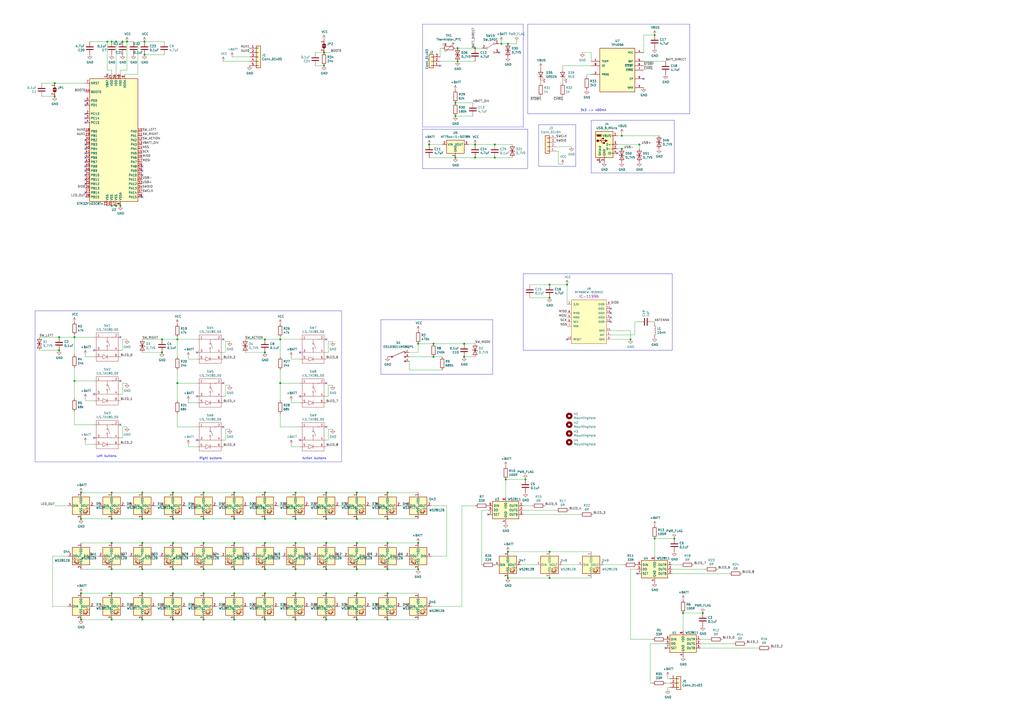
<source format=kicad_sch>
(kicad_sch (version 20230121) (generator eeschema)
  (paper "A2")
  (junction (at 264.16 67.31))
  (junction (at 102.87 196.85))
  (junction (at 251.46 207.01))
  (junction (at 118.11 314.96))
  (junction (at 293.37 278.13))
  (junction (at 73.66 24.13))
  (junction (at 294.64 25.4))
  (junction (at 187.96 38.1))
  (junction (at 64.77 24.13))
  (junction (at 153.67 359.41))
  (junction (at 82.55 359.41))
  (junction (at 100.33 300.99))
  (junction (at 207.01 300.99))
  (junction (at 69.85 119.38))
  (junction (at 162.56 222.25))
  (junction (at 135.89 300.99))
  (junction (at 93.98 204.47))
  (junction (at 83.82 31.75))
  (junction (at 248.92 83.82))
  (junction (at 43.18 195.58))
  (junction (at 31.75 55.88))
  (junction (at 71.12 24.13))
  (junction (at 83.82 24.13))
  (junction (at 64.77 344.17))
  (junction (at 135.89 314.96))
  (junction (at 224.79 359.41))
  (junction (at 189.23 330.2))
  (junction (at 43.18 220.98))
  (junction (at 318.77 172.72))
  (junction (at 64.77 330.2))
  (junction (at 162.56 196.85))
  (junction (at 82.55 330.2))
  (junction (at 135.89 330.2))
  (junction (at 379.73 312.42))
  (junction (at 269.24 199.39))
  (junction (at 171.45 300.99))
  (junction (at 365.76 196.85))
  (junction (at 135.89 359.41))
  (junction (at 64.77 300.99))
  (junction (at 82.55 314.96))
  (junction (at 318.77 165.1))
  (junction (at 118.11 330.2))
  (junction (at 46.99 359.41))
  (junction (at 224.79 300.99))
  (junction (at 269.24 207.01))
  (junction (at 207.01 330.2))
  (junction (at 118.11 359.41))
  (junction (at 290.83 25.4))
  (junction (at 171.45 285.75))
  (junction (at 242.57 314.96))
  (junction (at 318.77 320.04))
  (junction (at 224.79 314.96))
  (junction (at 153.67 285.75))
  (junction (at 135.89 285.75))
  (junction (at 287.02 83.82))
  (junction (at 224.79 344.17))
  (junction (at 275.59 83.82))
  (junction (at 379.73 20.32))
  (junction (at 189.23 300.99))
  (junction (at 67.31 119.38))
  (junction (at 189.23 344.17))
  (junction (at 171.45 330.2))
  (junction (at 64.77 314.96))
  (junction (at 82.55 300.99))
  (junction (at 189.23 285.75))
  (junction (at 46.99 285.75))
  (junction (at 100.33 285.75))
  (junction (at 153.67 344.17))
  (junction (at 100.33 314.96))
  (junction (at 135.89 344.17))
  (junction (at 407.67 355.6))
  (junction (at 118.11 285.75))
  (junction (at 207.01 359.41))
  (junction (at 100.33 330.2))
  (junction (at 34.29 195.58))
  (junction (at 64.77 119.38))
  (junction (at 264.16 59.69))
  (junction (at 391.16 312.42))
  (junction (at 189.23 314.96))
  (junction (at 318.77 335.28))
  (junction (at 102.87 222.25))
  (junction (at 304.8 278.13))
  (junction (at 265.43 27.94))
  (junction (at 118.11 300.99))
  (junction (at 153.67 314.96))
  (junction (at 100.33 359.41))
  (junction (at 275.59 27.94))
  (junction (at 153.67 204.47))
  (junction (at 64.77 285.75))
  (junction (at 46.99 300.99))
  (junction (at 34.29 203.2))
  (junction (at 370.84 83.82))
  (junction (at 171.45 359.41))
  (junction (at 118.11 344.17))
  (junction (at 171.45 314.96))
  (junction (at 153.67 300.99))
  (junction (at 67.31 24.13))
  (junction (at 189.23 359.41))
  (junction (at 171.45 344.17))
  (junction (at 224.79 285.75))
  (junction (at 207.01 344.17))
  (junction (at 360.68 86.36))
  (junction (at 153.67 196.85))
  (junction (at 396.24 355.6))
  (junction (at 264.16 91.44))
  (junction (at 82.55 285.75))
  (junction (at 100.33 344.17))
  (junction (at 251.46 199.39))
  (junction (at 153.67 330.2))
  (junction (at 207.01 314.96))
  (junction (at 64.77 359.41))
  (junction (at 265.43 35.56))
  (junction (at 294.64 335.28))
  (junction (at 224.79 330.2))
  (junction (at 275.59 91.44))
  (junction (at 360.68 78.74))
  (junction (at 82.55 344.17))
  (junction (at 31.75 48.26))
  (junction (at 294.64 320.04))
  (junction (at 187.96 30.48))
  (junction (at 242.57 199.39))
  (junction (at 328.93 165.1))
  (junction (at 287.02 91.44))
  (junction (at 93.98 196.85))
  (junction (at 62.23 24.13))
  (junction (at 46.99 344.17))
  (junction (at 207.01 285.75))
  (junction (at 242.57 330.2))
  (no_connect (at 82.55 99.06))
  (no_connect (at 255.27 38.1))
  (no_connect (at 69.85 246.38))
  (no_connect (at 129.54 222.25))
  (no_connect (at 114.3 229.87))
  (no_connect (at 69.85 220.98))
  (no_connect (at 49.53 93.98))
  (no_connect (at 354.33 184.15))
  (no_connect (at 129.54 196.85))
  (no_connect (at 54.61 228.6))
  (no_connect (at 54.61 203.2))
  (no_connect (at 358.14 88.9))
  (no_connect (at 49.53 106.68))
  (no_connect (at 289.56 30.48))
  (no_connect (at 49.53 99.06))
  (no_connect (at 189.23 247.65))
  (no_connect (at 283.21 298.45))
  (no_connect (at 69.85 195.58))
  (no_connect (at 49.53 71.12))
  (no_connect (at 173.99 229.87))
  (no_connect (at 369.57 332.74))
  (no_connect (at 82.55 114.3))
  (no_connect (at 49.53 68.58))
  (no_connect (at 49.53 58.42))
  (no_connect (at 386.08 375.92))
  (no_connect (at 49.53 96.52))
  (no_connect (at 49.53 86.36))
  (no_connect (at 82.55 96.52))
  (no_connect (at 173.99 255.27))
  (no_connect (at 354.33 186.69))
  (no_connect (at 62.23 43.18))
  (no_connect (at 114.3 255.27))
  (no_connect (at 49.53 91.44))
  (no_connect (at 49.53 83.82))
  (no_connect (at 49.53 66.04))
  (no_connect (at 49.53 81.28))
  (no_connect (at 114.3 204.47))
  (no_connect (at 189.23 196.85))
  (no_connect (at 173.99 204.47))
  (no_connect (at 82.55 101.6))
  (no_connect (at 49.53 101.6))
  (no_connect (at 54.61 254))
  (no_connect (at 129.54 247.65))
  (no_connect (at 373.38 45.72))
  (no_connect (at 49.53 88.9))
  (no_connect (at 354.33 181.61))
  (no_connect (at 49.53 60.96))
  (no_connect (at 189.23 222.25))
  (no_connect (at 354.33 179.07))
  (no_connect (at 49.53 104.14))
  (no_connect (at 49.53 111.76))
  (no_connect (at 328.93 196.85))
  (no_connect (at 347.98 93.98))
  (wire (pts (xy 71.12 196.85) (xy 73.66 196.85)))
  (polyline (pts (xy 334.01 96.52) (xy 312.42 96.52)))
  (wire (pts (xy 153.67 285.75) (xy 171.45 285.75)))
  (wire (pts (xy 109.22 257.81) (xy 109.22 259.08)))
  (wire (pts (xy 118.11 330.2) (xy 135.89 330.2)))
  (wire (pts (xy 62.23 24.13) (xy 52.07 24.13)))
  (wire (pts (xy 102.87 247.65) (xy 114.3 247.65)))
  (wire (pts (xy 342.9 38.1) (xy 326.39 38.1)))
  (wire (pts (xy 267.97 351.79) (xy 267.97 293.37)))
  (wire (pts (xy 161.29 351.79) (xy 163.83 351.79)))
  (wire (pts (xy 133.35 248.92) (xy 130.81 248.92)))
  (wire (pts (xy 30.48 322.58) (xy 30.48 351.79)))
  (wire (pts (xy 90.17 293.37) (xy 92.71 293.37)))
  (wire (pts (xy 129.54 35.56) (xy 144.78 35.56)))
  (wire (pts (xy 49.53 205.74) (xy 49.53 207.01)))
  (wire (pts (xy 259.08 293.37) (xy 259.08 322.58)))
  (wire (pts (xy 72.39 351.79) (xy 74.93 351.79)))
  (wire (pts (xy 130.81 198.12) (xy 130.81 204.47)))
  (wire (pts (xy 67.31 24.13) (xy 71.12 24.13)))
  (wire (pts (xy 100.33 344.17) (xy 118.11 344.17)))
  (wire (pts (xy 354.33 191.77) (xy 365.76 191.77)))
  (wire (pts (xy 102.87 196.85) (xy 102.87 207.01)))
  (wire (pts (xy 342.9 30.48) (xy 342.9 35.56)))
  (wire (pts (xy 72.39 293.37) (xy 74.93 293.37)))
  (wire (pts (xy 102.87 214.63) (xy 102.87 222.25)))
  (wire (pts (xy 287.02 91.44) (xy 297.18 91.44)))
  (wire (pts (xy 130.81 223.52) (xy 130.81 229.87)))
  (wire (pts (xy 190.5 198.12) (xy 193.04 198.12)))
  (wire (pts (xy 408.94 330.2) (xy 389.89 330.2)))
  (wire (pts (xy 64.77 330.2) (xy 82.55 330.2)))
  (wire (pts (xy 82.55 330.2) (xy 100.33 330.2)))
  (wire (pts (xy 43.18 220.98) (xy 43.18 231.14)))
  (wire (pts (xy 82.55 344.17) (xy 100.33 344.17)))
  (wire (pts (xy 54.61 293.37) (xy 57.15 293.37)))
  (wire (pts (xy 326.39 58.42) (xy 326.39 55.88)))
  (wire (pts (xy 290.83 25.4) (xy 294.64 25.4)))
  (wire (pts (xy 313.69 48.26) (xy 313.69 46.99)))
  (wire (pts (xy 193.04 223.52) (xy 190.5 223.52)))
  (wire (pts (xy 30.48 322.58) (xy 39.37 322.58)))
  (wire (pts (xy 189.23 359.41) (xy 171.45 359.41)))
  (wire (pts (xy 100.33 314.96) (xy 82.55 314.96)))
  (wire (pts (xy 224.79 285.75) (xy 242.57 285.75)))
  (wire (pts (xy 82.55 285.75) (xy 100.33 285.75)))
  (wire (pts (xy 207.01 300.99) (xy 189.23 300.99)))
  (wire (pts (xy 365.76 191.77) (xy 365.76 196.85)))
  (wire (pts (xy 135.89 300.99) (xy 118.11 300.99)))
  (wire (pts (xy 190.5 229.87) (xy 189.23 229.87)))
  (wire (pts (xy 46.99 285.75) (xy 64.77 285.75)))
  (wire (pts (xy 248.92 83.82) (xy 256.54 83.82)))
  (wire (pts (xy 73.66 24.13) (xy 77.47 24.13)))
  (wire (pts (xy 153.67 359.41) (xy 135.89 359.41)))
  (wire (pts (xy 251.46 199.39) (xy 242.57 199.39)))
  (wire (pts (xy 71.12 24.13) (xy 73.66 24.13)))
  (wire (pts (xy 143.51 351.79) (xy 146.05 351.79)))
  (wire (pts (xy 361.95 327.66) (xy 350.52 327.66)))
  (wire (pts (xy 387.35 392.43) (xy 387.35 393.7)))
  (wire (pts (xy 360.68 78.74) (xy 382.27 78.74)))
  (wire (pts (xy 43.18 213.36) (xy 43.18 220.98)))
  (wire (pts (xy 163.83 322.58) (xy 161.29 322.58)))
  (wire (pts (xy 360.68 86.36) (xy 361.95 86.36)))
  (wire (pts (xy 31.75 55.88) (xy 24.13 55.88)))
  (wire (pts (xy 389.89 332.74) (xy 422.91 332.74)))
  (wire (pts (xy 189.23 314.96) (xy 171.45 314.96)))
  (wire (pts (xy 64.77 40.64) (xy 64.77 43.18)))
  (wire (pts (xy 43.18 195.58) (xy 54.61 195.58)))
  (wire (pts (xy 153.67 330.2) (xy 171.45 330.2)))
  (wire (pts (xy 82.55 300.99) (xy 64.77 300.99)))
  (polyline (pts (xy 400.05 13.97) (xy 400.05 66.04)))
  (wire (pts (xy 326.39 95.25) (xy 323.85 95.25)))
  (wire (pts (xy 279.4 295.91) (xy 279.4 327.66)))
  (wire (pts (xy 365.76 196.85) (xy 354.33 196.85)))
  (wire (pts (xy 71.12 254) (xy 69.85 254)))
  (wire (pts (xy 360.68 77.47) (xy 360.68 78.74)))
  (wire (pts (xy 146.05 322.58) (xy 143.51 322.58)))
  (wire (pts (xy 299.72 25.4) (xy 294.64 25.4)))
  (wire (pts (xy 134.62 33.02) (xy 144.78 33.02)))
  (wire (pts (xy 242.57 314.96) (xy 224.79 314.96)))
  (wire (pts (xy 71.12 228.6) (xy 69.85 228.6)))
  (wire (pts (xy 80.01 24.13) (xy 80.01 43.18)))
  (wire (pts (xy 100.33 359.41) (xy 82.55 359.41)))
  (wire (pts (xy 396.24 355.6) (xy 396.24 365.76)))
  (wire (pts (xy 224.79 330.2) (xy 242.57 330.2)))
  (wire (pts (xy 255.27 27.94) (xy 255.27 33.02)))
  (wire (pts (xy 162.56 240.03) (xy 162.56 247.65)))
  (polyline (pts (xy 245.11 97.79) (xy 245.11 74.93)))
  (wire (pts (xy 64.77 344.17) (xy 82.55 344.17)))
  (wire (pts (xy 224.79 359.41) (xy 207.01 359.41)))
  (wire (pts (xy 242.57 300.99) (xy 224.79 300.99)))
  (wire (pts (xy 162.56 222.25) (xy 162.56 232.41)))
  (polyline (pts (xy 400.05 13.97) (xy 306.07 13.97)))
  (wire (pts (xy 43.18 238.76) (xy 43.18 246.38)))
  (wire (pts (xy 93.98 204.47) (xy 82.55 204.47)))
  (wire (pts (xy 168.91 208.28) (xy 173.99 208.28)))
  (wire (pts (xy 326.39 327.66) (xy 335.28 327.66)))
  (wire (pts (xy 189.23 330.2) (xy 207.01 330.2)))
  (wire (pts (xy 323.85 87.63) (xy 322.58 87.63)))
  (wire (pts (xy 242.57 359.41) (xy 224.79 359.41)))
  (wire (pts (xy 190.5 204.47) (xy 190.5 198.12)))
  (wire (pts (xy 102.87 222.25) (xy 102.87 232.41)))
  (wire (pts (xy 269.24 207.01) (xy 275.59 207.01)))
  (wire (pts (xy 74.93 322.58) (xy 72.39 322.58)))
  (wire (pts (xy 318.77 320.04) (xy 294.64 320.04)))
  (polyline (pts (xy 285.75 217.17) (xy 285.75 185.42)))
  (wire (pts (xy 193.04 248.92) (xy 190.5 248.92)))
  (wire (pts (xy 368.3 186.69) (xy 368.3 194.31)))
  (wire (pts (xy 207.01 285.75) (xy 224.79 285.75)))
  (wire (pts (xy 279.4 295.91) (xy 283.21 295.91)))
  (wire (pts (xy 318.77 335.28) (xy 342.9 335.28)))
  (wire (pts (xy 171.45 359.41) (xy 153.67 359.41)))
  (wire (pts (xy 379.73 312.42) (xy 379.73 322.58)))
  (wire (pts (xy 340.36 43.18) (xy 342.9 43.18)))
  (wire (pts (xy 179.07 293.37) (xy 181.61 293.37)))
  (wire (pts (xy 130.81 229.87) (xy 129.54 229.87)))
  (wire (pts (xy 49.53 256.54) (xy 49.53 257.81)))
  (wire (pts (xy 337.82 30.48) (xy 342.9 30.48)))
  (wire (pts (xy 182.88 30.48) (xy 187.96 30.48)))
  (wire (pts (xy 102.87 195.58) (xy 102.87 196.85)))
  (polyline (pts (xy 220.98 185.42) (xy 285.75 185.42)))
  (wire (pts (xy 190.5 223.52) (xy 190.5 229.87)))
  (wire (pts (xy 406.4 375.92) (xy 439.42 375.92)))
  (wire (pts (xy 92.71 322.58) (xy 90.17 322.58)))
  (polyline (pts (xy 245.11 73.66) (xy 303.53 73.66)))
  (wire (pts (xy 234.95 322.58) (xy 232.41 322.58)))
  (wire (pts (xy 199.39 322.58) (xy 196.85 322.58)))
  (wire (pts (xy 71.12 203.2) (xy 71.12 196.85)))
  (wire (pts (xy 22.86 195.58) (xy 34.29 195.58)))
  (polyline (pts (xy 245.11 74.93) (xy 306.07 74.93)))
  (polyline (pts (xy 245.11 97.79) (xy 306.07 97.79)))
  (wire (pts (xy 378.46 396.24) (xy 377.19 396.24)))
  (wire (pts (xy 379.73 312.42) (xy 391.16 312.42)))
  (wire (pts (xy 46.99 330.2) (xy 64.77 330.2)))
  (wire (pts (xy 73.66 40.64) (xy 73.66 24.13)))
  (wire (pts (xy 171.45 314.96) (xy 153.67 314.96)))
  (wire (pts (xy 189.23 285.75) (xy 207.01 285.75)))
  (wire (pts (xy 340.36 44.45) (xy 340.36 43.18)))
  (wire (pts (xy 80.01 43.18) (xy 72.39 43.18)))
  (wire (pts (xy 107.95 351.79) (xy 110.49 351.79)))
  (wire (pts (xy 142.24 196.85) (xy 153.67 196.85)))
  (wire (pts (xy 274.32 59.69) (xy 264.16 59.69)))
  (wire (pts (xy 118.11 314.96) (xy 100.33 314.96)))
  (wire (pts (xy 109.22 259.08) (xy 114.3 259.08)))
  (wire (pts (xy 93.98 196.85) (xy 102.87 196.85)))
  (polyline (pts (xy 220.98 217.17) (xy 285.75 217.17)))
  (wire (pts (xy 302.26 327.66) (xy 311.15 327.66)))
  (wire (pts (xy 43.18 246.38) (xy 54.61 246.38)))
  (wire (pts (xy 153.67 314.96) (xy 135.89 314.96)))
  (wire (pts (xy 171.45 330.2) (xy 189.23 330.2)))
  (wire (pts (xy 100.33 300.99) (xy 82.55 300.99)))
  (wire (pts (xy 396.24 355.6) (xy 407.67 355.6)))
  (wire (pts (xy 80.01 24.13) (xy 83.82 24.13)))
  (wire (pts (xy 135.89 359.41) (xy 118.11 359.41)))
  (wire (pts (xy 100.33 330.2) (xy 118.11 330.2)))
  (wire (pts (xy 358.14 83.82) (xy 370.84 83.82)))
  (wire (pts (xy 224.79 314.96) (xy 207.01 314.96)))
  (wire (pts (xy 242.57 199.39) (xy 242.57 204.47)))
  (wire (pts (xy 43.18 220.98) (xy 54.61 220.98)))
  (wire (pts (xy 69.85 40.64) (xy 73.66 40.64)))
  (wire (pts (xy 256.54 214.63) (xy 237.49 214.63)))
  (wire (pts (xy 323.85 95.25) (xy 323.85 87.63)))
  (wire (pts (xy 133.35 198.12) (xy 130.81 198.12)))
  (wire (pts (xy 377.19 396.24) (xy 377.19 373.38)))
  (wire (pts (xy 168.91 259.08) (xy 173.99 259.08)))
  (wire (pts (xy 133.35 223.52) (xy 130.81 223.52)))
  (wire (pts (xy 64.77 314.96) (xy 46.99 314.96)))
  (wire (pts (xy 190.5 248.92) (xy 190.5 255.27)))
  (polyline (pts (xy 198.12 180.34) (xy 198.12 267.97)))
  (wire (pts (xy 232.41 351.79) (xy 234.95 351.79)))
  (wire (pts (xy 161.29 293.37) (xy 163.83 293.37)))
  (wire (pts (xy 179.07 351.79) (xy 181.61 351.79)))
  (wire (pts (xy 318.77 172.72) (xy 307.34 172.72)))
  (polyline (pts (xy 342.9 69.85) (xy 391.16 69.85)))
  (wire (pts (xy 64.77 359.41) (xy 46.99 359.41)))
  (wire (pts (xy 64.77 300.99) (xy 46.99 300.99)))
  (wire (pts (xy 171.45 344.17) (xy 189.23 344.17)))
  (wire (pts (xy 49.53 257.81) (xy 54.61 257.81)))
  (polyline (pts (xy 389.89 203.2) (xy 389.89 158.75)))
  (wire (pts (xy 267.97 293.37) (xy 275.59 293.37)))
  (wire (pts (xy 377.19 373.38) (xy 386.08 373.38)))
  (wire (pts (xy 251.46 207.01) (xy 256.54 207.01)))
  (wire (pts (xy 365.76 370.84) (xy 378.46 370.84)))
  (polyline (pts (xy 303.53 73.66) (xy 303.53 13.97)))
  (wire (pts (xy 370.84 186.69) (xy 368.3 186.69)))
  (wire (pts (xy 217.17 322.58) (xy 214.63 322.58)))
  (wire (pts (xy 196.85 351.79) (xy 199.39 351.79)))
  (polyline (pts (xy 306.07 66.04) (xy 400.05 66.04)))
  (wire (pts (xy 368.3 194.31) (xy 354.33 194.31)))
  (wire (pts (xy 30.48 351.79) (xy 39.37 351.79)))
  (wire (pts (xy 118.11 344.17) (xy 135.89 344.17)))
  (wire (pts (xy 250.19 351.79) (xy 267.97 351.79)))
  (wire (pts (xy 387.35 393.7) (xy 388.62 393.7)))
  (wire (pts (xy 207.01 314.96) (xy 189.23 314.96)))
  (wire (pts (xy 118.11 285.75) (xy 135.89 285.75)))
  (wire (pts (xy 31.75 293.37) (xy 39.37 293.37)))
  (wire (pts (xy 34.29 195.58) (xy 43.18 195.58)))
  (wire (pts (xy 43.18 195.58) (xy 43.18 205.74)))
  (wire (pts (xy 83.82 24.13) (xy 95.25 24.13)))
  (polyline (pts (xy 245.11 13.97) (xy 245.11 73.66)))
  (wire (pts (xy 34.29 203.2) (xy 22.86 203.2)))
  (wire (pts (xy 293.37 278.13) (xy 304.8 278.13)))
  (wire (pts (xy 64.77 285.75) (xy 82.55 285.75)))
  (wire (pts (xy 71.12 222.25) (xy 71.12 228.6)))
  (wire (pts (xy 168.91 233.68) (xy 173.99 233.68)))
  (wire (pts (xy 82.55 196.85) (xy 93.98 196.85)))
  (wire (pts (xy 54.61 351.79) (xy 57.15 351.79)))
  (wire (pts (xy 307.34 165.1) (xy 318.77 165.1)))
  (wire (pts (xy 62.23 40.64) (xy 64.77 40.64)))
  (wire (pts (xy 289.56 25.4) (xy 290.83 25.4)))
  (wire (pts (xy 373.38 30.48) (xy 373.38 20.32)))
  (wire (pts (xy 259.08 322.58) (xy 250.19 322.58)))
  (wire (pts (xy 326.39 48.26) (xy 326.39 46.99)))
  (wire (pts (xy 264.16 91.44) (xy 248.92 91.44)))
  (wire (pts (xy 250.19 293.37) (xy 259.08 293.37)))
  (polyline (pts (xy 20.32 180.34) (xy 20.32 267.97)))
  (wire (pts (xy 49.53 232.41) (xy 54.61 232.41)))
  (wire (pts (xy 102.87 240.03) (xy 102.87 247.65)))
  (wire (pts (xy 125.73 293.37) (xy 128.27 293.37)))
  (wire (pts (xy 162.56 195.58) (xy 162.56 196.85)))
  (wire (pts (xy 255.27 27.94) (xy 256.54 27.94)))
  (wire (pts (xy 386.08 35.56) (xy 373.38 35.56)))
  (wire (pts (xy 57.15 322.58) (xy 54.61 322.58)))
  (wire (pts (xy 191.77 30.48) (xy 187.96 30.48)))
  (wire (pts (xy 102.87 222.25) (xy 114.3 222.25)))
  (wire (pts (xy 406.4 370.84) (xy 411.48 370.84)))
  (wire (pts (xy 71.12 247.65) (xy 71.12 254)))
  (polyline (pts (xy 306.07 74.93) (xy 306.07 97.79)))
  (wire (pts (xy 378.46 186.69) (xy 379.73 186.69)))
  (wire (pts (xy 331.47 85.09) (xy 322.58 85.09)))
  (wire (pts (xy 64.77 24.13) (xy 67.31 24.13)))
  (wire (pts (xy 303.53 293.37) (xy 308.61 293.37)))
  (polyline (pts (xy 245.11 13.97) (xy 303.53 13.97)))
  (wire (pts (xy 370.84 83.82) (xy 370.84 86.36)))
  (wire (pts (xy 189.23 300.99) (xy 171.45 300.99)))
  (polyline (pts (xy 342.9 100.33) (xy 391.16 100.33)))
  (wire (pts (xy 190.5 255.27) (xy 189.23 255.27)))
  (wire (pts (xy 69.85 203.2) (xy 71.12 203.2)))
  (wire (pts (xy 379.73 186.69) (xy 379.73 187.96)))
  (wire (pts (xy 130.81 204.47) (xy 129.54 204.47)))
  (wire (pts (xy 360.68 78.74) (xy 358.14 78.74)))
  (wire (pts (xy 207.01 359.41) (xy 189.23 359.41)))
  (wire (pts (xy 275.59 91.44) (xy 264.16 91.44)))
  (wire (pts (xy 168.91 232.41) (xy 168.91 233.68)))
  (wire (pts (xy 109.22 208.28) (xy 114.3 208.28)))
  (wire (pts (xy 290.83 25.4) (xy 290.83 24.13)))
  (wire (pts (xy 82.55 359.41) (xy 64.77 359.41)))
  (wire (pts (xy 181.61 322.58) (xy 179.07 322.58)))
  (wire (pts (xy 168.91 257.81) (xy 168.91 259.08)))
  (wire (pts (xy 224.79 344.17) (xy 242.57 344.17)))
  (wire (pts (xy 303.53 298.45) (xy 336.55 298.45)))
  (wire (pts (xy 297.18 83.82) (xy 287.02 83.82)))
  (wire (pts (xy 425.45 373.38) (xy 406.4 373.38)))
  (wire (pts (xy 189.23 344.17) (xy 207.01 344.17)))
  (wire (pts (xy 24.13 48.26) (xy 31.75 48.26)))
  (wire (pts (xy 171.45 300.99) (xy 153.67 300.99)))
  (wire (pts (xy 49.53 207.01) (xy 54.61 207.01)))
  (wire (pts (xy 265.43 27.94) (xy 275.59 27.94)))
  (wire (pts (xy 64.77 119.38) (xy 62.23 119.38)))
  (wire (pts (xy 182.88 38.1) (xy 187.96 38.1)))
  (wire (pts (xy 31.75 48.26) (xy 49.53 48.26)))
  (wire (pts (xy 95.25 31.75) (xy 83.82 31.75)))
  (wire (pts (xy 162.56 196.85) (xy 173.99 196.85)))
  (wire (pts (xy 107.95 293.37) (xy 110.49 293.37)))
  (wire (pts (xy 118.11 359.41) (xy 100.33 359.41)))
  (wire (pts (xy 214.63 293.37) (xy 217.17 293.37)))
  (wire (pts (xy 130.81 248.92) (xy 130.81 255.27)))
  (wire (pts (xy 43.18 194.31) (xy 43.18 195.58)))
  (wire (pts (xy 294.64 335.28) (xy 318.77 335.28)))
  (wire (pts (xy 275.59 83.82) (xy 271.78 83.82)))
  (polyline (pts (xy 342.9 69.85) (xy 342.9 100.33)))
  (wire (pts (xy 365.76 330.2) (xy 365.76 370.84)))
  (wire (pts (xy 109.22 233.68) (xy 114.3 233.68)))
  (wire (pts (xy 110.49 322.58) (xy 107.95 322.58)))
  (polyline (pts (xy 20.32 180.34) (xy 198.12 180.34)))
  (wire (pts (xy 372.11 83.82) (xy 370.84 83.82)))
  (wire (pts (xy 189.23 204.47) (xy 190.5 204.47)))
  (polyline (pts (xy 312.42 96.52) (xy 312.42 72.39)))
  (wire (pts (xy 46.99 344.17) (xy 64.77 344.17)))
  (wire (pts (xy 67.31 119.38) (xy 64.77 119.38)))
  (wire (pts (xy 171.45 285.75) (xy 189.23 285.75)))
  (polyline (pts (xy 334.01 72.39) (xy 334.01 96.52)))
  (wire (pts (xy 322.58 295.91) (xy 303.53 295.91)))
  (wire (pts (xy 388.62 396.24) (xy 386.08 396.24)))
  (wire (pts (xy 328.93 165.1) (xy 318.77 165.1)))
  (polyline (pts (xy 303.53 203.2) (xy 303.53 158.75)))
  (wire (pts (xy 237.49 214.63) (xy 237.49 209.55)))
  (wire (pts (xy 162.56 196.85) (xy 162.56 207.01)))
  (wire (pts (xy 143.51 293.37) (xy 146.05 293.37)))
  (wire (pts (xy 135.89 344.17) (xy 153.67 344.17)))
  (wire (pts (xy 293.37 278.13) (xy 293.37 288.29)))
  (wire (pts (xy 207.01 330.2) (xy 224.79 330.2)))
  (polyline (pts (xy 20.32 267.97) (xy 198.12 267.97)))
  (wire (pts (xy 125.73 351.79) (xy 128.27 351.79)))
  (wire (pts (xy 135.89 314.96) (xy 118.11 314.96)))
  (wire (pts (xy 264.16 27.94) (xy 265.43 27.94)))
  (wire (pts (xy 130.81 255.27) (xy 129.54 255.27)))
  (wire (pts (xy 269.24 199.39) (xy 275.59 199.39)))
  (wire (pts (xy 168.91 207.01) (xy 168.91 208.28)))
  (wire (pts (xy 109.22 232.41) (xy 109.22 233.68)))
  (wire (pts (xy 287.02 83.82) (xy 275.59 83.82)))
  (wire (pts (xy 82.55 314.96) (xy 64.77 314.96)))
  (wire (pts (xy 251.46 207.01) (xy 237.49 207.01)))
  (wire (pts (xy 69.85 43.18) (xy 69.85 40.64)))
  (wire (pts (xy 73.66 222.25) (xy 71.12 222.25)))
  (wire (pts (xy 100.33 285.75) (xy 118.11 285.75)))
  (wire (pts (xy 299.72 24.13) (xy 299.72 25.4)))
  (wire (pts (xy 64.77 24.13) (xy 62.23 24.13)))
  (wire (pts (xy 162.56 214.63) (xy 162.56 222.25)))
  (wire (pts (xy 207.01 344.17) (xy 224.79 344.17)))
  (wire (pts (xy 142.24 204.47) (xy 153.67 204.47)))
  (wire (pts (xy 275.59 35.56) (xy 265.43 35.56)))
  (polyline (pts (xy 220.98 185.42) (xy 220.98 217.17)))
  (wire (pts (xy 69.85 119.38) (xy 67.31 119.38)))
  (polyline (pts (xy 391.16 100.33) (xy 391.16 69.85)))
  (wire (pts (xy 232.41 293.37) (xy 234.95 293.37)))
  (polyline (pts (xy 303.53 158.75) (xy 389.89 158.75)))
  (wire (pts (xy 326.39 38.1) (xy 326.39 39.37)))
  (wire (pts (xy 328.93 176.53) (xy 328.93 165.1)))
  (wire (pts (xy 67.31 43.18) (xy 67.31 24.13)))
  (wire (pts (xy 389.89 327.66) (xy 394.97 327.66)))
  (polyline (pts (xy 303.53 203.2) (xy 389.89 203.2)))
  (wire (pts (xy 153.67 196.85) (xy 162.56 196.85)))
  (wire (pts (xy 49.53 231.14) (xy 49.53 232.41)))
  (wire (pts (xy 214.63 351.79) (xy 217.17 351.79)))
  (wire (pts (xy 224.79 300.99) (xy 207.01 300.99)))
  (wire (pts (xy 255.27 35.56) (xy 265.43 35.56)))
  (wire (pts (xy 162.56 247.65) (xy 173.99 247.65)))
  (wire (pts (xy 387.35 400.05) (xy 387.35 398.78)))
  (wire (pts (xy 313.69 58.42) (xy 313.69 55.88)))
  (wire (pts (xy 135.89 285.75) (xy 153.67 285.75)))
  (wire (pts (xy 274.32 67.31) (xy 264.16 67.31)))
  (polyline (pts (xy 306.07 66.04) (xy 306.07 13.97)))
  (wire (pts (xy 153.67 344.17) (xy 171.45 344.17)))
  (wire (pts (xy 73.66 247.65) (xy 71.12 247.65)))
  (wire (pts (xy 196.85 293.37) (xy 199.39 293.37)))
  (wire (pts (xy 373.38 20.32) (xy 379.73 20.32)))
  (wire (pts (xy 275.59 27.94) (xy 279.4 27.94)))
  (wire (pts (xy 109.22 207.01) (xy 109.22 208.28)))
  (wire (pts (xy 135.89 330.2) (xy 153.67 330.2)))
  (wire (pts (xy 242.57 204.47) (xy 237.49 204.47)))
  (wire (pts (xy 102.87 196.85) (xy 114.3 196.85)))
  (wire (pts (xy 251.46 199.39) (xy 269.24 199.39)))
  (wire (pts (xy 358.14 86.36) (xy 360.68 86.36)))
  (wire (pts (xy 128.27 322.58) (xy 125.73 322.58)))
  (wire (pts (xy 387.35 398.78) (xy 388.62 398.78)))
  (wire (pts (xy 62.23 24.13) (xy 62.23 40.64)))
  (wire (pts (xy 275.59 91.44) (xy 287.02 91.44)))
  (wire (pts (xy 153.67 300.99) (xy 135.89 300.99)))
  (wire (pts (xy 118.11 300.99) (xy 100.33 300.99)))
  (wire (pts (xy 342.9 320.04) (xy 318.77 320.04)))
  (wire (pts (xy 162.56 222.25) (xy 173.99 222.25)))
  (wire (pts (xy 90.17 351.79) (xy 92.71 351.79)))
  (wire (pts (xy 365.76 330.2) (xy 369.57 330.2)))
  (polyline (pts (xy 312.42 72.39) (xy 334.01 72.39)))
  (text "Left buttons" (at 55.88 265.43 0) (effects (font (size 1.27 1.27)) (justify left bottom)))
  (text "Action buttons" (at 175.26 266.7 0) (effects (font (size 1.27 1.27)) (justify left bottom)))
  (text "Right buttons" (at 115.57 266.7 0) (effects (font (size 1.27 1.27)) (justify left bottom)))
  (text "3k3 -> 400mA" (at 351.79 64.77 0) (effects (font (size 1.27 1.27)) (justify right bottom)))
  (label "SW_LEFT" (at 22.86 195.58 0))
  (label "AUX0" (at 49.53 76.2 180))
  (label "USB+" (at 82.55 106.68 0))
  (label "BLED_7" (at 189.23 233.68 0))
  (label "BLED_8" (at 189.23 259.08 0))
  (label "MOSI" (at 328.93 184.15 180))
  (label "~{STDBY}" (at 313.69 58.42 180))
  (label "SW_RIGHT" (at 82.55 78.74 0))
  (label "USB+" (at 372.11 83.82 0))
  (label "BOOT0" (at 191.77 30.48 0))
  (label "BLED_5" (at 129.54 259.08 0))
  (label "BLED_8" (at 430.53 332.74 0))
  (label "BLED_3" (at 344.17 298.45 0))
  (label "USB-" (at 82.55 104.14 0))
  (label "SW_RIGHT" (at 82.55 196.85 0))
  (label "SW_ACTION" (at 142.24 196.85 0))
  (label "BATT_DIRECT" (at 275.59 27.94 90))
  (label "MISO" (at 82.55 91.44 0))
  (label "DIO0" (at 49.53 109.22 180))
  (label "~{CHRG}" (at 373.38 40.64 0))
  (label "BLED_2" (at 447.04 375.92 0))
  (label "MOSI" (at 82.55 93.98 0))
  (label "BOOT0" (at 49.53 53.34 180))
  (label "SW_ACTION" (at 82.55 81.28 0))
  (label "BLED_3" (at 129.54 208.28 0))
  (label "BLED_0" (at 419.1 370.84 0))
  (label "ANTENNA" (at 379.73 186.69 0))
  (label "DIO0" (at 354.33 176.53 0))
  (label "VBATT_DIV" (at 82.55 83.82 0))
  (label "BLED_4" (at 129.54 233.68 0))
  (label "BLED_6" (at 189.23 208.28 0))
  (label "SWCLK" (at 322.58 80.01 0))
  (label "~{CHRG}" (at 326.39 58.42 180))
  (label "BLED_6" (at 416.56 330.2 0))
  (label "AUX0" (at 144.78 30.48 180))
  (label "VBATT_DIV" (at 274.32 59.69 0))
  (label "SCK" (at 328.93 186.69 180))
  (label "BLED_0" (at 69.85 207.01 0))
  (label "LED_OUT" (at 49.53 114.3 180))
  (label "USB-" (at 361.95 86.36 0))
  (label "BLED_5" (at 316.23 293.37 0))
  (label "SWCLK" (at 82.55 111.76 0))
  (label "BLED_7" (at 402.59 327.66 0))
  (label "SWDIO" (at 82.55 109.22 0))
  (label "BLED_2" (at 69.85 257.81 0))
  (label "~{STDBY}" (at 373.38 38.1 0))
  (label "BLED_1" (at 69.85 232.41 0))
  (label "LED_OUT" (at 31.75 293.37 180))
  (label "NSS" (at 328.93 189.23 180))
  (label "AUX1" (at 49.53 78.74 180))
  (label "BLED_4" (at 330.2 295.91 0))
  (label "NSS" (at 82.55 86.36 0))
  (label "SCK" (at 82.55 88.9 0))
  (label "SW_LEFT" (at 82.55 76.2 0))
  (label "SW_MODE" (at 275.59 199.39 0))
  (label "MISO" (at 328.93 181.61 180))
  (label "SWDIO" (at 322.58 82.55 0))
  (label "BLED_1" (at 433.07 373.38 0))
  (label "BATT_DIRECT" (at 386.08 35.56 0))
  (label "AUX1" (at 144.78 27.94 180))
  (symbol (lib_id "power:VCC") (at 73.66 24.13 0) (unit 1)
    (property "Reference" "#PWR022" (effects hide))
    (property "Value" "VCC" (at 74.041 19.7358 0))
  )
  (symbol (lib_id "Device:C") (at 64.77 27.94 180) (unit 1)
    (property "Reference" "C7" (at 61.849 29.1084 0) (effects (justify left)))
    (property "Value" "0.1uF" (at 61.849 26.797 0) (effects (justify left)))
    (property "Footprint" "Capacitor_SMD:C_0402_1005Metric_Pad0.74x0.62mm_HandSolder" (effects hide))
    (property "LCSC" "C307331" (effects hide))
  )
  (symbol (lib_id "Device:C") (at 95.25 27.94 0) (unit 1)
    (property "Reference" "C9" (at 98.171 26.7716 0) (effects (justify left)))
    (property "Value" "4.7uF" (at 98.171 29.083 0) (effects (justify left)))
    (property "Footprint" "Capacitor_SMD:C_0603_1608Metric" (effects hide))
    (property "LCSC" "C19666" (effects hide))
  )
  (symbol (lib_id "LED:WS2812B") (at 46.99 293.37 0) (unit 1)
    (property "Reference" "D5" (at 55.7276 292.2016 0) (effects (justify left)))
    (property "Value" "WS2812B" (at 55.7276 294.513 0) (effects (justify left)))
    (property "Footprint" "LED_SMD:LED_WS2812B_PLCC4_5.0x5.0mm_P3.2mm" (effects hide))
    (property "Datasheet" "https://cdn-shop.adafruit.com/datasheets/WS2812B.pdf" (effects hide))
    (property "LCSC" "C2761795" (effects hide))
  )
  (symbol (lib_id "LED:WS2812B") (at 64.77 293.37 0) (unit 1)
    (property "Reference" "D8" (at 73.5076 292.2016 0) (effects (justify left)))
    (property "Value" "WS2812B" (at 73.5076 294.513 0) (effects (justify left)))
    (property "Footprint" "LED_SMD:LED_WS2812B_PLCC4_5.0x5.0mm_P3.2mm" (effects hide))
    (property "Datasheet" "https://cdn-shop.adafruit.com/datasheets/WS2812B.pdf" (effects hide))
    (property "LCSC" "C2761795" (effects hide))
  )
  (symbol (lib_id "LED:WS2812B") (at 82.55 293.37 0) (unit 1)
    (property "Reference" "D11" (at 91.2876 292.2016 0) (effects (justify left)))
    (property "Value" "WS2812B" (at 91.2876 294.513 0) (effects (justify left)))
    (property "Footprint" "LED_SMD:LED_WS2812B_PLCC4_5.0x5.0mm_P3.2mm" (effects hide))
    (property "Datasheet" "https://cdn-shop.adafruit.com/datasheets/WS2812B.pdf" (effects hide))
    (property "LCSC" "C2761795" (effects hide))
  )
  (symbol (lib_id "LED:WS2812B") (at 100.33 293.37 0) (unit 1)
    (property "Reference" "D14" (at 109.0676 292.2016 0) (effects (justify left)))
    (property "Value" "WS2812B" (at 109.0676 294.513 0) (effects (justify left)))
    (property "Footprint" "LED_SMD:LED_WS2812B_PLCC4_5.0x5.0mm_P3.2mm" (effects hide))
    (property "Datasheet" "https://cdn-shop.adafruit.com/datasheets/WS2812B.pdf" (effects hide))
    (property "LCSC" "C2761795" (effects hide))
  )
  (symbol (lib_id "LED:WS2812B") (at 118.11 293.37 0) (unit 1)
    (property "Reference" "D17" (at 126.8476 292.2016 0) (effects (justify left)))
    (property "Value" "WS2812B" (at 126.8476 294.513 0) (effects (justify left)))
    (property "Footprint" "LED_SMD:LED_WS2812B_PLCC4_5.0x5.0mm_P3.2mm" (effects hide))
    (property "Datasheet" "https://cdn-shop.adafruit.com/datasheets/WS2812B.pdf" (effects hide))
    (property "LCSC" "C2761795" (effects hide))
  )
  (symbol (lib_id "LED:WS2812B") (at 135.89 293.37 0) (unit 1)
    (property "Reference" "D20" (at 144.6276 292.2016 0) (effects (justify left)))
    (property "Value" "WS2812B" (at 144.6276 294.513 0) (effects (justify left)))
    (property "Footprint" "LED_SMD:LED_WS2812B_PLCC4_5.0x5.0mm_P3.2mm" (effects hide))
    (property "Datasheet" "https://cdn-shop.adafruit.com/datasheets/WS2812B.pdf" (effects hide))
    (property "LCSC" "C2761795" (effects hide))
  )
  (symbol (lib_id "LED:WS2812B") (at 153.67 293.37 0) (unit 1)
    (property "Reference" "D23" (at 162.4076 292.2016 0) (effects (justify left)))
    (property "Value" "WS2812B" (at 162.4076 294.513 0) (effects (justify left)))
    (property "Footprint" "LED_SMD:LED_WS2812B_PLCC4_5.0x5.0mm_P3.2mm" (effects hide))
    (property "Datasheet" "https://cdn-shop.adafruit.com/datasheets/WS2812B.pdf" (effects hide))
    (property "LCSC" "C2761795" (effects hide))
  )
  (symbol (lib_id "LED:WS2812B") (at 171.45 293.37 0) (unit 1)
    (property "Reference" "D27" (at 180.1876 292.2016 0) (effects (justify left)))
    (property "Value" "WS2812B" (at 180.1876 294.513 0) (effects (justify left)))
    (property "Footprint" "LED_SMD:LED_WS2812B_PLCC4_5.0x5.0mm_P3.2mm" (effects hide))
    (property "Datasheet" "https://cdn-shop.adafruit.com/datasheets/WS2812B.pdf" (effects hide))
    (property "LCSC" "C2761795" (effects hide))
  )
  (symbol (lib_id "LED:WS2812B") (at 189.23 293.37 0) (unit 1)
    (property "Reference" "D32" (at 197.9676 292.2016 0) (effects (justify left)))
    (property "Value" "WS2812B" (at 197.9676 294.513 0) (effects (justify left)))
    (property "Footprint" "LED_SMD:LED_WS2812B_PLCC4_5.0x5.0mm_P3.2mm" (effects hide))
    (property "Datasheet" "https://cdn-shop.adafruit.com/datasheets/WS2812B.pdf" (effects hide))
    (property "LCSC" "C2761795" (effects hide))
  )
  (symbol (lib_id "LED:WS2812B") (at 207.01 293.37 0) (unit 1)
    (property "Reference" "D36" (at 215.7476 292.2016 0) (effects (justify left)))
    (property "Value" "WS2812B" (at 215.7476 294.513 0) (effects (justify left)))
    (property "Footprint" "LED_SMD:LED_WS2812B_PLCC4_5.0x5.0mm_P3.2mm" (effects hide))
    (property "Datasheet" "https://cdn-shop.adafruit.com/datasheets/WS2812B.pdf" (effects hide))
    (property "LCSC" "C2761795" (effects hide))
  )
  (symbol (lib_id "LED:WS2812B") (at 224.79 293.37 0) (unit 1)
    (property "Reference" "D40" (at 233.5276 292.2016 0) (effects (justify left)))
    (property "Value" "WS2812B" (at 233.5276 294.513 0) (effects (justify left)))
    (property "Footprint" "LED_SMD:LED_WS2812B_PLCC4_5.0x5.0mm_P3.2mm" (effects hide))
    (property "Datasheet" "https://cdn-shop.adafruit.com/datasheets/WS2812B.pdf" (effects hide))
    (property "LCSC" "C2761795" (effects hide))
  )
  (symbol (lib_id "LED:WS2812B") (at 242.57 293.37 0) (unit 1)
    (property "Reference" "D43" (at 248.92 289.56 0) (effects (justify left)))
    (property "Value" "WS2812B" (at 248.92 295.91 0) (effects (justify left)))
    (property "Footprint" "LED_SMD:LED_WS2812B_PLCC4_5.0x5.0mm_P3.2mm" (effects hide))
    (property "Datasheet" "https://cdn-shop.adafruit.com/datasheets/WS2812B.pdf" (effects hide))
    (property "LCSC" "C2761795" (effects hide))
  )
  (symbol (lib_id "power:GND") (at 46.99 300.99 0) (unit 1)
    (property "Reference" "#PWR038" (effects hide))
    (property "Value" "GND" (at 47.117 305.3842 0))
  )
  (symbol (lib_id "LED:WS2812B") (at 242.57 322.58 0) (mirror y) (unit 1)
    (property "Reference" "D6" (at 233.8324 321.4116 0) (effects (justify left)))
    (property "Value" "WS2812B" (at 233.8324 323.723 0) (effects (justify left)))
    (property "Footprint" "LED_SMD:LED_WS2812B_PLCC4_5.0x5.0mm_P3.2mm" (effects hide))
    (property "Datasheet" "https://cdn-shop.adafruit.com/datasheets/WS2812B.pdf" (effects hide))
    (property "LCSC" "C2761795" (effects hide))
  )
  (symbol (lib_id "LED:WS2812B") (at 224.79 322.58 0) (mirror y) (unit 1)
    (property "Reference" "D9" (at 216.0524 321.4116 0) (effects (justify left)))
    (property "Value" "WS2812B" (at 216.0524 323.723 0) (effects (justify left)))
    (property "Footprint" "LED_SMD:LED_WS2812B_PLCC4_5.0x5.0mm_P3.2mm" (effects hide))
    (property "Datasheet" "https://cdn-shop.adafruit.com/datasheets/WS2812B.pdf" (effects hide))
    (property "LCSC" "C2761795" (effects hide))
  )
  (symbol (lib_id "LED:WS2812B") (at 207.01 322.58 0) (mirror y) (unit 1)
    (property "Reference" "D12" (at 198.2724 321.4116 0) (effects (justify left)))
    (property "Value" "WS2812B" (at 198.2724 323.723 0) (effects (justify left)))
    (property "Footprint" "LED_SMD:LED_WS2812B_PLCC4_5.0x5.0mm_P3.2mm" (effects hide))
    (property "Datasheet" "https://cdn-shop.adafruit.com/datasheets/WS2812B.pdf" (effects hide))
    (property "LCSC" "C2761795" (effects hide))
  )
  (symbol (lib_id "LED:WS2812B") (at 189.23 322.58 0) (mirror y) (unit 1)
    (property "Reference" "D15" (at 180.4924 321.4116 0) (effects (justify left)))
    (property "Value" "WS2812B" (at 180.4924 323.723 0) (effects (justify left)))
    (property "Footprint" "LED_SMD:LED_WS2812B_PLCC4_5.0x5.0mm_P3.2mm" (effects hide))
    (property "Datasheet" "https://cdn-shop.adafruit.com/datasheets/WS2812B.pdf" (effects hide))
    (property "LCSC" "C2761795" (effects hide))
  )
  (symbol (lib_id "LED:WS2812B") (at 171.45 322.58 0) (mirror y) (unit 1)
    (property "Reference" "D18" (at 162.7124 321.4116 0) (effects (justify left)))
    (property "Value" "WS2812B" (at 162.7124 323.723 0) (effects (justify left)))
    (property "Footprint" "LED_SMD:LED_WS2812B_PLCC4_5.0x5.0mm_P3.2mm" (effects hide))
    (property "Datasheet" "https://cdn-shop.adafruit.com/datasheets/WS2812B.pdf" (effects hide))
    (property "LCSC" "C2761795" (effects hide))
  )
  (symbol (lib_id "LED:WS2812B") (at 153.67 322.58 0) (mirror y) (unit 1)
    (property "Reference" "D21" (at 144.9324 321.4116 0) (effects (justify left)))
    (property "Value" "WS2812B" (at 144.9324 323.723 0) (effects (justify left)))
    (property "Footprint" "LED_SMD:LED_WS2812B_PLCC4_5.0x5.0mm_P3.2mm" (effects hide))
    (property "Datasheet" "https://cdn-shop.adafruit.com/datasheets/WS2812B.pdf" (effects hide))
    (property "LCSC" "C2761795" (effects hide))
  )
  (symbol (lib_id "LED:WS2812B") (at 135.89 322.58 0) (mirror y) (unit 1)
    (property "Reference" "D24" (at 127.1524 321.4116 0) (effects (justify left)))
    (property "Value" "WS2812B" (at 127.1524 323.723 0) (effects (justify left)))
    (property "Footprint" "LED_SMD:LED_WS2812B_PLCC4_5.0x5.0mm_P3.2mm" (effects hide))
    (property "Datasheet" "https://cdn-shop.adafruit.com/datasheets/WS2812B.pdf" (effects hide))
    (property "LCSC" "C2761795" (effects hide))
  )
  (symbol (lib_id "LED:WS2812B") (at 118.11 322.58 0) (mirror y) (unit 1)
    (property "Reference" "D28" (at 109.3724 321.4116 0) (effects (justify left)))
    (property "Value" "WS2812B" (at 109.3724 323.723 0) (effects (justify left)))
    (property "Footprint" "LED_SMD:LED_WS2812B_PLCC4_5.0x5.0mm_P3.2mm" (effects hide))
    (property "Datasheet" "https://cdn-shop.adafruit.com/datasheets/WS2812B.pdf" (effects hide))
    (property "LCSC" "C2761795" (effects hide))
  )
  (symbol (lib_id "LED:WS2812B") (at 100.33 322.58 0) (mirror y) (unit 1)
    (property "Reference" "D33" (at 91.5924 321.4116 0) (effects (justify left)))
    (property "Value" "WS2812B" (at 91.5924 323.723 0) (effects (justify left)))
    (property "Footprint" "LED_SMD:LED_WS2812B_PLCC4_5.0x5.0mm_P3.2mm" (effects hide))
    (property "Datasheet" "https://cdn-shop.adafruit.com/datasheets/WS2812B.pdf" (effects hide))
    (property "LCSC" "C2761795" (effects hide))
  )
  (symbol (lib_id "LED:WS2812B") (at 82.55 322.58 0) (mirror y) (unit 1)
    (property "Reference" "D37" (at 73.8124 321.4116 0) (effects (justify left)))
    (property "Value" "WS2812B" (at 73.8124 323.723 0) (effects (justify left)))
    (property "Footprint" "LED_SMD:LED_WS2812B_PLCC4_5.0x5.0mm_P3.2mm" (effects hide))
    (property "Datasheet" "https://cdn-shop.adafruit.com/datasheets/WS2812B.pdf" (effects hide))
    (property "LCSC" "C2761795" (effects hide))
  )
  (symbol (lib_id "LED:WS2812B") (at 64.77 322.58 0) (mirror y) (unit 1)
    (property "Reference" "D41" (at 56.0324 321.4116 0) (effects (justify left)))
    (property "Value" "WS2812B" (at 56.0324 323.723 0) (effects (justify left)))
    (property "Footprint" "LED_SMD:LED_WS2812B_PLCC4_5.0x5.0mm_P3.2mm" (effects hide))
    (property "Datasheet" "https://cdn-shop.adafruit.com/datasheets/WS2812B.pdf" (effects hide))
    (property "LCSC" "C2761795" (effects hide))
  )
  (symbol (lib_id "LED:WS2812B") (at 46.99 322.58 0) (mirror y) (unit 1)
    (property "Reference" "D44" (at 40.64 320.04 0) (effects (justify left)))
    (property "Value" "WS2812B" (at 40.64 325.12 0) (effects (justify left)))
    (property "Footprint" "LED_SMD:LED_WS2812B_PLCC4_5.0x5.0mm_P3.2mm" (effects hide))
    (property "Datasheet" "https://cdn-shop.adafruit.com/datasheets/WS2812B.pdf" (effects hide))
    (property "LCSC" "C2761795" (effects hide))
  )
  (symbol (lib_id "power:GND") (at 242.57 330.2 0) (mirror y) (unit 1)
    (property "Reference" "#PWR040" (effects hide))
    (property "Value" "GND" (at 242.443 334.5942 0))
  )
  (symbol (lib_id "LED:WS2812B") (at 46.99 351.79 0) (unit 1)
    (property "Reference" "D7" (at 55.7276 350.6216 0) (effects (justify left)))
    (property "Value" "WS2812B" (at 55.7276 352.933 0) (effects (justify left)))
    (property "Footprint" "LED_SMD:LED_WS2812B_PLCC4_5.0x5.0mm_P3.2mm" (effects hide))
    (property "Datasheet" "https://cdn-shop.adafruit.com/datasheets/WS2812B.pdf" (effects hide))
    (property "LCSC" "C2761795" (effects hide))
  )
  (symbol (lib_id "LED:WS2812B") (at 64.77 351.79 0) (unit 1)
    (property "Reference" "D10" (at 73.5076 350.6216 0) (effects (justify left)))
    (property "Value" "WS2812B" (at 73.5076 352.933 0) (effects (justify left)))
    (property "Footprint" "LED_SMD:LED_WS2812B_PLCC4_5.0x5.0mm_P3.2mm" (effects hide))
    (property "Datasheet" "https://cdn-shop.adafruit.com/datasheets/WS2812B.pdf" (effects hide))
    (property "LCSC" "C2761795" (effects hide))
  )
  (symbol (lib_id "LED:WS2812B") (at 82.55 351.79 0) (unit 1)
    (property "Reference" "D13" (at 91.2876 350.6216 0) (effects (justify left)))
    (property "Value" "WS2812B" (at 91.2876 352.933 0) (effects (justify left)))
    (property "Footprint" "LED_SMD:LED_WS2812B_PLCC4_5.0x5.0mm_P3.2mm" (effects hide))
    (property "Datasheet" "https://cdn-shop.adafruit.com/datasheets/WS2812B.pdf" (effects hide))
    (property "LCSC" "C2761795" (effects hide))
  )
  (symbol (lib_id "LED:WS2812B") (at 100.33 351.79 0) (unit 1)
    (property "Reference" "D16" (at 109.0676 350.6216 0) (effects (justify left)))
    (property "Value" "WS2812B" (at 109.0676 352.933 0) (effects (justify left)))
    (property "Footprint" "LED_SMD:LED_WS2812B_PLCC4_5.0x5.0mm_P3.2mm" (effects hide))
    (property "Datasheet" "https://cdn-shop.adafruit.com/datasheets/WS2812B.pdf" (effects hide))
    (property "LCSC" "C2761795" (effects hide))
  )
  (symbol (lib_id "LED:WS2812B") (at 118.11 351.79 0) (unit 1)
    (property "Reference" "D19" (at 126.8476 350.6216 0) (effects (justify left)))
    (property "Value" "WS2812B" (at 126.8476 352.933 0) (effects (justify left)))
    (property "Footprint" "LED_SMD:LED_WS2812B_PLCC4_5.0x5.0mm_P3.2mm" (effects hide))
    (property "Datasheet" "https://cdn-shop.adafruit.com/datasheets/WS2812B.pdf" (effects hide))
    (property "LCSC" "C2761795" (effects hide))
  )
  (symbol (lib_id "LED:WS2812B") (at 135.89 351.79 0) (unit 1)
    (property "Reference" "D22" (at 144.6276 350.6216 0) (effects (justify left)))
    (property "Value" "WS2812B" (at 144.6276 352.933 0) (effects (justify left)))
    (property "Footprint" "LED_SMD:LED_WS2812B_PLCC4_5.0x5.0mm_P3.2mm" (effects hide))
    (property "Datasheet" "https://cdn-shop.adafruit.com/datasheets/WS2812B.pdf" (effects hide))
    (property "LCSC" "C2761795" (effects hide))
  )
  (symbol (lib_id "LED:WS2812B") (at 153.67 351.79 0) (unit 1)
    (property "Reference" "D25" (at 162.4076 350.6216 0) (effects (justify left)))
    (property "Value" "WS2812B" (at 162.4076 352.933 0) (effects (justify left)))
    (property "Footprint" "LED_SMD:LED_WS2812B_PLCC4_5.0x5.0mm_P3.2mm" (effects hide))
    (property "Datasheet" "https://cdn-shop.adafruit.com/datasheets/WS2812B.pdf" (effects hide))
    (property "LCSC" "C2761795" (effects hide))
  )
  (symbol (lib_id "LED:WS2812B") (at 171.45 351.79 0) (unit 1)
    (property "Reference" "D29" (at 180.1876 350.6216 0) (effects (justify left)))
    (property "Value" "WS2812B" (at 180.1876 352.933 0) (effects (justify left)))
    (property "Footprint" "LED_SMD:LED_WS2812B_PLCC4_5.0x5.0mm_P3.2mm" (effects hide))
    (property "Datasheet" "https://cdn-shop.adafruit.com/datasheets/WS2812B.pdf" (effects hide))
    (property "LCSC" "C2761795" (effects hide))
  )
  (symbol (lib_id "LED:WS2812B") (at 189.23 351.79 0) (unit 1)
    (property "Reference" "D34" (at 197.9676 350.6216 0) (effects (justify left)))
    (property "Value" "WS2812B" (at 197.9676 352.933 0) (effects (justify left)))
    (property "Footprint" "LED_SMD:LED_WS2812B_PLCC4_5.0x5.0mm_P3.2mm" (effects hide))
    (property "Datasheet" "https://cdn-shop.adafruit.com/datasheets/WS2812B.pdf" (effects hide))
    (property "LCSC" "C2761795" (effects hide))
  )
  (symbol (lib_id "LED:WS2812B") (at 207.01 351.79 0) (unit 1)
    (property "Reference" "D38" (at 215.7476 350.6216 0) (effects (justify left)))
    (property "Value" "WS2812B" (at 215.7476 352.933 0) (effects (justify left)))
    (property "Footprint" "LED_SMD:LED_WS2812B_PLCC4_5.0x5.0mm_P3.2mm" (effects hide))
    (property "Datasheet" "https://cdn-shop.adafruit.com/datasheets/WS2812B.pdf" (effects hide))
    (property "LCSC" "C2761795" (effects hide))
  )
  (symbol (lib_id "LED:WS2812B") (at 224.79 351.79 0) (unit 1)
    (property "Reference" "D42" (at 233.5276 350.6216 0) (effects (justify left)))
    (property "Value" "WS2812B" (at 233.5276 352.933 0) (effects (justify left)))
    (property "Footprint" "LED_SMD:LED_WS2812B_PLCC4_5.0x5.0mm_P3.2mm" (effects hide))
    (property "Datasheet" "https://cdn-shop.adafruit.com/datasheets/WS2812B.pdf" (effects hide))
    (property "LCSC" "C2761795" (effects hide))
  )
  (symbol (lib_id "LED:WS2812B") (at 242.57 351.79 0) (unit 1)
    (property "Reference" "D45" (at 248.92 349.25 0) (effects (justify left)))
    (property "Value" "WS2812B" (at 248.92 354.33 0) (effects (justify left)))
    (property "Footprint" "LED_SMD:LED_WS2812B_PLCC4_5.0x5.0mm_P3.2mm" (effects hide))
    (property "Datasheet" "https://cdn-shop.adafruit.com/datasheets/WS2812B.pdf" (effects hide))
    (property "LCSC" "C2761795" (effects hide))
  )
  (symbol (lib_id "power:GND") (at 46.99 359.41 0) (unit 1)
    (property "Reference" "#PWR042" (effects hide))
    (property "Value" "GND" (at 47.117 363.8042 0))
  )
  (symbol (lib_id "Jumper:SolderJumper_2_Open") (at 31.75 52.07 270) (unit 1)
    (property "Reference" "JP1" (at 33.4772 50.9016 90) (effects (justify left)))
    (property "Value" "SolderJumper_2_Open" (effects hide))
    (property "Footprint" "Jumper:SolderJumper-2_P1.3mm_Open_RoundedPad1.0x1.5mm" (effects hide))
  )
  (symbol (lib_id "controller-rescue:RFM69CW-915MHZ-SparkFun-RF") (at 341.63 186.69 0) (unit 1)
    (property "Reference" "U6" (at 341.63 167.386 0) (effects (font (size 1.143 1.143))))
    (property "Value" "RFM69CW-915MHZ" (at 341.63 169.5196 0) (effects (font (size 1.143 1.143))))
    (property "Footprint" "homebrew:RFM69CW-minimalpads" (effects hide))
    (property "Field4" "IC-11996" (at 341.63 171.9326 0) (effects (font (size 1.524 1.524))))
  )
  (symbol (lib_id "Device:C") (at 318.77 168.91 180) (unit 1)
    (property "Reference" "C16" (at 321.691 167.7416 0) (effects (justify right)))
    (property "Value" "4.7uF" (at 321.691 170.053 0) (effects (justify right)))
    (property "Footprint" "Capacitor_SMD:C_0603_1608Metric" (effects hide))
    (property "LCSC" "C19666" (effects hide))
  )
  (symbol (lib_id "power:VCC") (at 328.93 165.1 0) (unit 1)
    (property "Reference" "#PWR062" (effects hide))
    (property "Value" "VCC" (at 329.311 160.7058 0))
  )
  (symbol (lib_id "power:GND") (at 31.75 55.88 0) (unit 1)
    (property "Reference" "#PWR02" (effects hide))
    (property "Value" "GND" (at 31.877 60.2742 0))
  )
  (symbol (lib_id "power:GND") (at 318.77 172.72 0) (unit 1)
    (property "Reference" "#PWR060" (effects hide))
    (property "Value" "GND" (at 318.897 177.1142 0))
  )
  (symbol (lib_id "Device:C") (at 307.34 168.91 0) (unit 1)
    (property "Reference" "C15" (at 310.261 167.7416 0) (effects (justify left)))
    (property "Value" "0.1uF" (at 310.261 170.053 0) (effects (justify left)))
    (property "Footprint" "Capacitor_SMD:C_0402_1005Metric_Pad0.74x0.62mm_HandSolder" (effects hide))
    (property "LCSC" "C307331" (effects hide))
  )
  (symbol (lib_id "controller-rescue:ILS_TA180_50-Homebrew") (at 62.23 198.12 0) (unit 1)
    (property "Reference" "SW1" (at 62.23 188.849 0))
    (property "Value" "ILS_TA180_50" (at 62.23 191.1604 0))
    (property "Footprint" "homebrew:SW_CK_TA" (effects hide))
    (property "Datasheet" "https://www.ckswitches.com/media/2865/ils.pdf" (effects hide))
    (property "MPN" "ILS TA180 50" (effects hide))
  )
  (symbol (lib_id "Device:C") (at 71.12 27.94 180) (unit 1)
    (property "Reference" "C21" (at 71.12 30.48 0) (effects (justify left)))
    (property "Value" "0.1uF" (at 71.12 25.4 0) (effects (justify left)))
    (property "Footprint" "Capacitor_SMD:C_0402_1005Metric_Pad0.74x0.62mm_HandSolder" (effects hide))
    (property "LCSC" "C307331" (effects hide))
  )
  (symbol (lib_id "power:GND") (at 365.76 196.85 0) (unit 1)
    (property "Reference" "#PWR069" (effects hide))
    (property "Value" "GND" (at 365.887 201.2442 0))
  )
  (symbol (lib_id "controller-rescue:WS2811-Homebrew") (at 396.24 373.38 0) (unit 1)
    (property "Reference" "U1" (at 391.16 367.03 0))
    (property "Value" "WS2811" (at 401.32 367.03 0))
    (property "Footprint" "Package_SO:SOP-8_3.9x4.9mm_P1.27mm" (effects hide))
    (property "Datasheet" "https://cdn-shop.adafruit.com/datasheets/WS2811.pdf" (effects hide))
    (property "LCSC" "C114581" (effects hide))
  )
  (symbol (lib_id "Device:R") (at 396.24 351.79 0) (unit 1)
    (property "Reference" "R6" (at 398.018 350.6216 0) (effects (justify left)))
    (property "Value" "100R" (at 398.018 352.933 0) (effects (justify left)))
    (property "Footprint" "Resistor_SMD:R_0603_1608Metric" (effects hide))
    (property "LCSC" "C22775" (effects hide))
  )
  (symbol (lib_id "Regulator_Linear:HT75xx-1-SOT89") (at 264.16 86.36 0) (unit 1)
    (property "Reference" "U5" (at 264.16 77.0382 0))
    (property "Value" "HT75xx-1-SOT89" (at 264.16 79.3496 0))
    (property "Footprint" "Package_TO_SOT_SMD:SOT-89-3" (effects hide))
    (property "Datasheet" "https://www.holtek.com/documents/10179/116711/HT75xx-1v250.pdf" (effects hide))
    (property "LCSC" "C14289" (effects hide))
  )
  (symbol (lib_id "Connector_Generic:Conn_01x03") (at 250.19 35.56 180) (unit 1)
    (property "Reference" "J2" (at 250.19 30.48 0))
    (property "Value" "Conn_01x03" (at 247.65 34.29 90))
    (property "Footprint" "Connector_PinHeader_2.54mm:PinHeader_1x03_P2.54mm_Horizontal" (effects hide))
  )
  (symbol (lib_id "power:GND") (at 265.43 35.56 0) (unit 1)
    (property "Reference" "#PWR050" (effects hide))
    (property "Value" "GND" (at 265.557 39.9542 0))
  )
  (symbol (lib_id "Device:C") (at 407.67 359.41 0) (unit 1)
    (property "Reference" "C3" (at 410.591 358.2416 0) (effects (justify left)))
    (property "Value" "0.1uF" (at 410.591 360.553 0) (effects (justify left)))
    (property "Footprint" "Capacitor_SMD:C_0402_1005Metric_Pad0.74x0.62mm_HandSolder" (effects hide))
    (property "LCSC" "C307331" (effects hide))
  )
  (symbol (lib_id "Device:C") (at 275.59 31.75 180) (unit 1)
    (property "Reference" "C12" (at 278.511 30.5816 0) (effects (justify right)))
    (property "Value" "4.7uF" (at 278.511 32.893 0) (effects (justify right)))
    (property "Footprint" "Capacitor_SMD:C_0603_1608Metric" (effects hide))
    (property "LCSC" "C19666" (effects hide))
  )
  (symbol (lib_id "Device:C") (at 34.29 199.39 0) (unit 1)
    (property "Reference" "C2" (at 37.211 198.2216 0) (effects (justify left)))
    (property "Value" "0.1uF" (at 37.211 200.533 0) (effects (justify left)))
    (property "Footprint" "Capacitor_SMD:C_0402_1005Metric_Pad0.74x0.62mm_HandSolder" (effects hide))
    (property "LCSC" "C307331" (effects hide))
  )
  (symbol (lib_id "power:+BATT") (at 396.24 347.98 0) (unit 1)
    (property "Reference" "#PWR06" (effects hide))
    (property "Value" "+BATT" (at 396.621 343.5858 0))
  )
  (symbol (lib_id "power:GND") (at 407.67 363.22 0) (unit 1)
    (property "Reference" "#PWR011" (effects hide))
    (property "Value" "GND" (at 407.797 367.6142 0))
  )
  (symbol (lib_id "Device:C") (at 248.92 87.63 180) (unit 1)
    (property "Reference" "C11" (at 251.841 86.4616 0) (effects (justify right)))
    (property "Value" "4.7uF" (at 251.841 88.773 0) (effects (justify right)))
    (property "Footprint" "Capacitor_SMD:C_0603_1608Metric" (effects hide))
    (property "LCSC" "C19666" (effects hide))
  )
  (symbol (lib_id "Device:C") (at 77.47 27.94 0) (unit 1)
    (property "Reference" "C22" (at 77.47 25.4 0) (effects (justify left)))
    (property "Value" "0.1uF" (at 77.47 30.48 0) (effects (justify left)))
    (property "Footprint" "Capacitor_SMD:C_0402_1005Metric_Pad0.74x0.62mm_HandSolder" (effects hide))
    (property "LCSC" "C307331" (effects hide))
  )
  (symbol (lib_id "power:GND") (at 264.16 91.44 0) (unit 1)
    (property "Reference" "#PWR054" (effects hide))
    (property "Value" "GND" (at 264.287 95.8342 0))
  )
  (symbol (lib_id "Device:C") (at 275.59 87.63 180) (unit 1)
    (property "Reference" "C14" (at 278.511 86.4616 0) (effects (justify right)))
    (property "Value" "4.7uF" (at 278.511 88.773 0) (effects (justify right)))
    (property "Footprint" "Capacitor_SMD:C_0603_1608Metric" (effects hide))
    (property "LCSC" "C19666" (effects hide))
  )
  (symbol (lib_id "power:VCC") (at 275.59 83.82 0) (unit 1)
    (property "Reference" "#PWR056" (effects hide))
    (property "Value" "VCC" (at 275.971 79.4258 0))
  )
  (symbol (lib_id "Device:R") (at 415.29 370.84 270) (unit 1)
    (property "Reference" "R12" (at 415.29 365.5822 90))
    (property "Value" "0R" (at 415.29 367.8936 90))
    (property "Footprint" "Resistor_SMD:R_0603_1608Metric" (effects hide))
    (property "LCSC" "C21189" (effects hide))
  )
  (symbol (lib_id "Device:R") (at 382.27 370.84 270) (unit 1)
    (property "Reference" "R1" (at 382.27 365.5822 90))
    (property "Value" "33R" (at 382.27 367.8936 90))
    (property "Footprint" "Resistor_SMD:R_0603_1608Metric" (effects hide))
    (property "LCSC" "C23140" (effects hide))
  )
  (symbol (lib_id "Device:Thermistor_PTC") (at 260.35 27.94 270) (unit 1)
    (property "Reference" "TH1" (at 260.35 20.574 90))
    (property "Value" "Thermistor_PTC" (at 260.35 22.8854 90))
    (property "Footprint" "Fuse:Fuse_1206_3216Metric_Pad1.42x1.75mm_HandSolder" (effects hide))
    (property "MPN" "PTS12066V100" (effects hide))
  )
  (symbol (lib_id "Device:R") (at 429.26 373.38 270) (unit 1)
    (property "Reference" "R14" (at 429.26 368.1222 90))
    (property "Value" "0R" (at 429.26 370.4336 90))
    (property "Footprint" "Resistor_SMD:R_0603_1608Metric" (effects hide))
    (property "LCSC" "C21189" (effects hide))
  )
  (symbol (lib_id "Connector_Generic:Conn_01x03") (at 393.7 396.24 0) (unit 1)
    (property "Reference" "J5" (at 395.732 395.1732 0) (effects (justify left)))
    (property "Value" "Conn_01x03" (at 395.732 397.4846 0) (effects (justify left)))
    (property "Footprint" "Connector_PinHeader_2.54mm:PinHeader_1x03_P2.54mm_Horizontal" (effects hide))
  )
  (symbol (lib_id "power:+BATT") (at 387.35 392.43 0) (unit 1)
    (property "Reference" "#PWR055" (effects hide))
    (property "Value" "+BATT" (at 387.731 388.0358 0))
  )
  (symbol (lib_id "Device:R") (at 443.23 375.92 270) (unit 1)
    (property "Reference" "R16" (at 443.23 370.6622 90))
    (property "Value" "0R" (at 443.23 372.9736 90))
    (property "Footprint" "Resistor_SMD:R_0603_1608Metric" (effects hide))
    (property "LCSC" "C21189" (effects hide))
  )
  (symbol (lib_id "Device:C") (at 93.98 200.66 0) (unit 1)
    (property "Reference" "C4" (at 96.901 199.4916 0) (effects (justify left)))
    (property "Value" "0.1uF" (at 96.901 201.803 0) (effects (justify left)))
    (property "Footprint" "Capacitor_SMD:C_0402_1005Metric_Pad0.74x0.62mm_HandSolder" (effects hide))
    (property "LCSC" "C307331" (effects hide))
  )
  (symbol (lib_id "Device:C") (at 153.67 200.66 0) (unit 1)
    (property "Reference" "C8" (at 156.591 199.4916 0) (effects (justify left)))
    (property "Value" "0.1uF" (at 156.591 201.803 0) (effects (justify left)))
    (property "Footprint" "Capacitor_SMD:C_0402_1005Metric_Pad0.74x0.62mm_HandSolder" (effects hide))
    (property "LCSC" "C307331" (effects hide))
  )
  (symbol (lib_id "Device:C") (at 269.24 203.2 180) (unit 1)
    (property "Reference" "C10" (at 266.319 204.3684 0) (effects (justify left)))
    (property "Value" "0.1uF" (at 266.319 202.057 0) (effects (justify left)))
    (property "Footprint" "Capacitor_SMD:C_0402_1005Metric_Pad0.74x0.62mm_HandSolder" (effects hide))
    (property "LCSC" "C307331" (effects hide))
  )
  (symbol (lib_id "Switch:SW_SPDT") (at 284.48 27.94 0) (unit 1)
    (property "Reference" "SW10" (at 284.48 20.701 0))
    (property "Value" "SW_SPDT" (at 284.48 23.0124 0))
    (property "Footprint" "homebrew:ANR11R11P2HQE" (effects hide))
    (property "MPN" "ANR11R11P2HQE" (effects hide))
  )
  (symbol (lib_id "Device:C") (at 83.82 27.94 0) (unit 1)
    (property "Reference" "C23" (at 86.741 26.7716 0) (effects (justify left)))
    (property "Value" "0.1uF" (at 86.741 29.083 0) (effects (justify left)))
    (property "Footprint" "Capacitor_SMD:C_0402_1005Metric_Pad0.74x0.62mm_HandSolder" (effects hide))
    (property "LCSC" "C307331" (effects hide))
  )
  (symbol (lib_id "controller-rescue:WS2811-Homebrew") (at 293.37 295.91 0) (unit 1)
    (property "Reference" "U3" (at 288.29 289.56 0))
    (property "Value" "WS2811" (at 298.45 289.56 0))
    (property "Footprint" "Package_SO:SOP-8_3.9x4.9mm_P1.27mm" (effects hide))
    (property "Datasheet" "https://cdn-shop.adafruit.com/datasheets/WS2811.pdf" (effects hide))
    (property "LCSC" "C114581" (effects hide))
  )
  (symbol (lib_id "Device:R") (at 293.37 274.32 0) (unit 1)
    (property "Reference" "R10" (at 295.148 273.1516 0) (effects (justify left)))
    (property "Value" "100R" (at 295.148 275.463 0) (effects (justify left)))
    (property "Footprint" "Resistor_SMD:R_0603_1608Metric" (effects hide))
    (property "LCSC" "C22775" (effects hide))
  )
  (symbol (lib_id "Device:C") (at 304.8 281.94 0) (unit 1)
    (property "Reference" "C5" (at 307.721 280.7716 0) (effects (justify left)))
    (property "Value" "0.1uF" (at 307.721 283.083 0) (effects (justify left)))
    (property "Footprint" "Capacitor_SMD:C_0402_1005Metric_Pad0.74x0.62mm_HandSolder" (effects hide))
    (property "LCSC" "C307331" (effects hide))
  )
  (symbol (lib_id "power:+BATT") (at 293.37 270.51 0) (unit 1)
    (property "Reference" "#PWR012" (effects hide))
    (property "Value" "+BATT" (at 293.751 266.1158 0))
  )
  (symbol (lib_id "power:GND") (at 304.8 285.75 0) (unit 1)
    (property "Reference" "#PWR015" (effects hide))
    (property "Value" "GND" (at 304.927 290.1442 0))
  )
  (symbol (lib_id "Device:R") (at 312.42 293.37 270) (unit 1)
    (property "Reference" "R15" (at 312.42 288.1122 90))
    (property "Value" "0R" (at 312.42 290.4236 90))
    (property "Footprint" "Resistor_SMD:R_0603_1608Metric" (effects hide))
    (property "LCSC" "C21189" (effects hide))
  )
  (symbol (lib_id "Device:R") (at 279.4 293.37 270) (unit 1)
    (property "Reference" "R7" (at 279.4 288.1122 90))
    (property "Value" "33R" (at 279.4 290.4236 90))
    (property "Footprint" "Resistor_SMD:R_0603_1608Metric" (effects hide))
    (property "LCSC" "C23140" (effects hide))
  )
  (symbol (lib_id "Device:R") (at 326.39 295.91 270) (unit 1)
    (property "Reference" "R17" (at 326.39 290.6522 90))
    (property "Value" "0R" (at 326.39 292.9636 90))
    (property "Footprint" "Resistor_SMD:R_0603_1608Metric" (effects hide))
    (property "LCSC" "C21189" (effects hide))
  )
  (symbol (lib_id "Device:R") (at 340.36 298.45 270) (unit 1)
    (property "Reference" "R22" (at 340.36 293.1922 90))
    (property "Value" "0R" (at 340.36 295.5036 90))
    (property "Footprint" "Resistor_SMD:R_0603_1608Metric" (effects hide))
    (property "LCSC" "C21189" (effects hide))
  )
  (symbol (lib_id "power:GND") (at 387.35 400.05 0) (unit 1)
    (property "Reference" "#PWR076" (effects hide))
    (property "Value" "GND" (at 387.477 404.4442 0))
  )
  (symbol (lib_id "power:GND") (at 64.77 31.75 0) (unit 1)
    (property "Reference" "#PWR0102" (effects hide))
    (property "Value" "GND" (at 64.897 36.1442 0))
  )
  (symbol (lib_id "power:GND") (at 71.12 31.75 0) (unit 1)
    (property "Reference" "#PWR0103" (effects hide))
    (property "Value" "GND" (at 71.247 36.1442 0))
  )
  (symbol (lib_id "power:GND") (at 77.47 31.75 0) (unit 1)
    (property "Reference" "#PWR0104" (effects hide))
    (property "Value" "GND" (at 77.597 36.1442 0))
  )
  (symbol (lib_id "power:GND") (at 83.82 31.75 0) (unit 1)
    (property "Reference" "#PWR0105" (effects hide))
    (property "Value" "GND" (at 83.947 36.1442 0))
  )
  (symbol (lib_id "power:+BATT") (at 248.92 83.82 0) (unit 1)
    (property "Reference" "#PWR051" (effects hide))
    (property "Value" "+BATT" (at 249.301 79.4258 0))
  )
  (symbol (lib_id "power:+BATT") (at 46.99 285.75 0) (unit 1)
    (property "Reference" "#PWR037" (effects hide))
    (property "Value" "+BATT" (at 47.371 281.3558 0))
  )
  (symbol (lib_id "controller-rescue:WS2811-Homebrew") (at 379.73 330.2 0) (unit 1)
    (property "Reference" "U4" (at 374.65 323.85 0))
    (property "Value" "WS2811" (at 384.81 323.85 0))
    (property "Footprint" "Package_SO:SOP-8_3.9x4.9mm_P1.27mm" (effects hide))
    (property "Datasheet" "https://cdn-shop.adafruit.com/datasheets/WS2811.pdf" (effects hide))
    (property "LCSC" "C114581" (effects hide))
  )
  (symbol (lib_id "Device:R") (at 379.73 308.61 0) (unit 1)
    (property "Reference" "R13" (at 381.508 307.4416 0) (effects (justify left)))
    (property "Value" "100R" (at 381.508 309.753 0) (effects (justify left)))
    (property "Footprint" "Resistor_SMD:R_0603_1608Metric" (effects hide))
    (property "LCSC" "C22775" (effects hide))
  )
  (symbol (lib_id "Device:C") (at 391.16 316.23 0) (unit 1)
    (property "Reference" "C6" (at 394.081 315.0616 0) (effects (justify left)))
    (property "Value" "0.1uF" (at 394.081 317.373 0) (effects (justify left)))
    (property "Footprint" "Capacitor_SMD:C_0402_1005Metric_Pad0.74x0.62mm_HandSolder" (effects hide))
    (property "LCSC" "C307331" (effects hide))
  )
  (symbol (lib_id "power:+BATT") (at 379.73 304.8 0) (unit 1)
    (property "Reference" "#PWR019" (effects hide))
    (property "Value" "+BATT" (at 380.111 300.4058 0))
  )
  (symbol (lib_id "power:GND") (at 391.16 320.04 0) (unit 1)
    (property "Reference" "#PWR021" (effects hide))
    (property "Value" "GND" (at 391.287 324.4342 0))
  )
  (symbol (lib_id "Device:R") (at 398.78 327.66 270) (unit 1)
    (property "Reference" "R18" (at 398.78 322.4022 90))
    (property "Value" "0R" (at 398.78 324.7136 90))
    (property "Footprint" "Resistor_SMD:R_0603_1608Metric" (effects hide))
    (property "LCSC" "C21189" (effects hide))
  )
  (symbol (lib_id "Device:R") (at 365.76 327.66 270) (unit 1)
    (property "Reference" "R11" (at 365.76 322.4022 90))
    (property "Value" "33R" (at 365.76 324.7136 90))
    (property "Footprint" "Resistor_SMD:R_0603_1608Metric" (effects hide))
    (property "LCSC" "C23140" (effects hide))
  )
  (symbol (lib_id "Device:R") (at 412.75 330.2 270) (unit 1)
    (property "Reference" "R23" (at 412.75 324.9422 90))
    (property "Value" "0R" (at 412.75 327.2536 90))
    (property "Footprint" "Resistor_SMD:R_0603_1608Metric" (effects hide))
    (property "LCSC" "C21189" (effects hide))
  )
  (symbol (lib_id "Device:R") (at 426.72 332.74 270) (unit 1)
    (property "Reference" "R24" (at 426.72 327.4822 90))
    (property "Value" "0R" (at 426.72 329.7936 90))
    (property "Footprint" "Resistor_SMD:R_0603_1608Metric" (effects hide))
    (property "LCSC" "C21189" (effects hide))
  )
  (symbol (lib_id "power:+BATT") (at 242.57 314.96 0) (mirror y) (unit 1)
    (property "Reference" "#PWR039" (effects hide))
    (property "Value" "+BATT" (at 242.189 310.5658 0))
  )
  (symbol (lib_id "power:+BATT") (at 46.99 344.17 0) (unit 1)
    (property "Reference" "#PWR041" (effects hide))
    (property "Value" "+BATT" (at 47.371 339.7758 0))
  )
  (symbol (lib_id "controller-rescue:TP4056-snapeda-TP4056") (at 358.14 40.64 0) (unit 1)
    (property "Reference" "U7" (at 358.14 23.6982 0))
    (property "Value" "TP4056" (at 358.14 26.0096 0))
    (property "Footprint" "snapeda:SOP127P600X175-9N" (effects hide))
    (property "MAXIMUM_PACKAGE_HEIGHT" "1.75mm" (effects hide))
    (property "STANDARD" "IPC 7351B" (effects hide))
    (property "MANUFACTURER" "NanJing Top Power ASIC Corp." (effects hide))
    (property "LCSC" "C382139" (effects hide))
  )
  (symbol (lib_id "Device:C") (at 379.73 24.13 180) (unit 1)
    (property "Reference" "C17" (at 382.651 22.9616 0) (effects (justify right)))
    (property "Value" "4.7uF" (at 382.651 25.273 0) (effects (justify right)))
    (property "Footprint" "Capacitor_SMD:C_0603_1608Metric" (effects hide))
    (property "LCSC" "C19666" (effects hide))
  )
  (symbol (lib_id "power:GND") (at 373.38 50.8 0) (unit 1)
    (property "Reference" "#PWR070" (effects hide))
    (property "Value" "GND" (at 373.507 55.1942 0))
  )
  (symbol (lib_id "power:VBUS") (at 379.73 20.32 0) (unit 1)
    (property "Reference" "#PWR071" (effects hide))
    (property "Value" "VBUS" (at 380.111 15.9258 0))
  )
  (symbol (lib_id "Device:R") (at 382.27 396.24 270) (unit 1)
    (property "Reference" "R35" (at 382.27 390.9822 90))
    (property "Value" "33R" (at 382.27 393.2936 90))
    (property "Footprint" "Resistor_SMD:R_0603_1608Metric" (effects hide))
    (property "LCSC" "C23140" (effects hide))
  )
  (symbol (lib_id "power:GND") (at 379.73 27.94 0) (unit 1)
    (property "Reference" "#PWR072" (effects hide))
    (property "Value" "GND" (at 379.857 32.3342 0))
  )
  (symbol (lib_id "Device:C") (at 386.08 39.37 180) (unit 1)
    (property "Reference" "C18" (at 389.001 38.2016 0) (effects (justify right)))
    (property "Value" "4.7uF" (at 389.001 40.513 0) (effects (justify right)))
    (property "Footprint" "Capacitor_SMD:C_0603_1608Metric" (effects hide))
    (property "LCSC" "C19666" (effects hide))
  )
  (symbol (lib_id "power:GND") (at 386.08 43.18 0) (unit 1)
    (property "Reference" "#PWR073" (effects hide))
    (property "Value" "GND" (at 386.207 47.5742 0))
  )
  (symbol (lib_id "Device:R") (at 340.36 48.26 0) (unit 1)
    (property "Reference" "R33" (at 342.138 47.0916 0) (effects (justify left)))
    (property "Value" "3k3" (at 342.138 49.403 0) (effects (justify left)))
    (property "Footprint" "Resistor_SMD:R_0603_1608Metric" (effects hide))
    (property "LCSC" "C22978" (effects hide))
  )
  (symbol (lib_id "power:GND") (at 340.36 52.07 0) (unit 1)
    (property "Reference" "#PWR065" (effects hide))
    (property "Value" "GND" (at 340.487 56.4642 0))
  )
  (symbol (lib_id "Device:LED") (at 326.39 43.18 90) (unit 1)
    (property "Reference" "D39" (at 329.3872 42.1894 90) (effects (justify right)))
    (property "Value" "RED" (at 329.3872 44.5008 90) (effects (justify right)))
    (property "Footprint" "LED_SMD:LED_0603_1608Metric" (effects hide))
    (property "LCSC" "C2286" (effects hide))
  )
  (symbol (lib_id "Device:R") (at 326.39 52.07 0) (unit 1)
    (property "Reference" "R32" (at 328.168 50.9016 0) (effects (justify left)))
    (property "Value" "1k" (at 328.168 53.213 0) (effects (justify left)))
    (property "Footprint" "Resistor_SMD:R_0603_1608Metric" (effects hide))
    (property "LCSC" "C21190" (effects hide))
  )
  (symbol (lib_id "power:VBUS") (at 313.69 39.37 0) (unit 1)
    (property "Reference" "#PWR059" (effects hide))
    (property "Value" "VBUS" (at 314.071 34.9758 0))
  )
  (symbol (lib_id "Device:LED") (at 313.69 43.18 90) (unit 1)
    (property "Reference" "D35" (at 316.6872 42.1894 90) (effects (justify right)))
    (property "Value" "GREEN" (at 316.6872 44.5008 90) (effects (justify right)))
    (property "Footprint" "LED_SMD:LED_0603_1608Metric" (effects hide))
    (property "MPN" "LTST-C190KGKT" (effects hide))
  )
  (symbol (lib_id "Device:R") (at 313.69 52.07 0) (unit 1)
    (property "Reference" "R31" (at 315.468 50.9016 0) (effects (justify left)))
    (property "Value" "1k" (at 315.468 53.213 0) (effects (justify left)))
    (property "Footprint" "Resistor_SMD:R_0603_1608Metric" (effects hide))
    (property "LCSC" "C21190" (effects hide))
  )
  (symbol (lib_id "power:GND") (at 396.24 381 0) (unit 1)
    (property "Reference" "#PWR07" (effects hide))
    (property "Value" "GND" (at 396.367 385.3942 0))
  )
  (symbol (lib_id "power:GND") (at 293.37 303.53 0) (unit 1)
    (property "Reference" "#PWR013" (effects hide))
    (property "Value" "GND" (at 293.497 307.9242 0))
  )
  (symbol (lib_id "power:GND") (at 379.73 337.82 0) (unit 1)
    (property "Reference" "#PWR020" (effects hide))
    (property "Value" "GND" (at 379.857 342.2142 0))
  )
  (symbol (lib_id "power:GND") (at 337.82 30.48 0) (unit 1)
    (property "Reference" "#PWR064" (effects hide))
    (property "Value" "GND" (at 337.947 34.8742 0))
  )
  (symbol (lib_id "power:+BATT") (at 290.83 24.13 0) (unit 1)
    (property "Reference" "#PWR057" (effects hide))
    (property "Value" "+BATT" (at 291.211 19.7358 0))
  )
  (symbol (lib_id "Device:D_TVS") (at 370.84 90.17 270) (unit 1)
    (property "Reference" "D51" (at 372.872 89.0016 90) (effects (justify left)))
    (property "Value" "D_TVS" (at 372.872 91.313 90) (effects (justify left)))
    (property "Footprint" "Diode_SMD:D_SOD-323" (effects hide))
    (property "MPN" "DESD5V0U1BA-7" (effects hide))
  )
  (symbol (lib_id "Device:D_TVS") (at 360.68 90.17 270) (unit 1)
    (property "Reference" "D50" (at 362.712 89.0016 90) (effects (justify left)))
    (property "Value" "D_TVS" (at 362.712 91.313 90) (effects (justify left)))
    (property "Footprint" "Diode_SMD:D_SOD-323" (effects hide))
    (property "MPN" "DESD5V0U1BA-7" (effects hide))
  )
  (symbol (lib_id "Device:R") (at 264.16 55.88 0) (unit 1)
    (property "Reference" "R29" (at 265.938 54.7116 0) (effects (justify left)))
    (property "Value" "62k" (at 265.938 57.023 0) (effects (justify left)))
    (property "Footprint" "Resistor_SMD:R_0603_1608Metric" (effects hide))
    (property "LCSC" "C23221" (effects hide))
  )
  (symbol (lib_id "Device:R") (at 264.16 63.5 0) (unit 1)
    (property "Reference" "R30" (at 265.938 62.3316 0) (effects (justify left)))
    (property "Value" "180k" (at 265.938 64.643 0) (effects (justify left)))
    (property "Footprint" "Resistor_SMD:R_0603_1608Metric" (effects hide))
    (property "LCSC" "C22827" (effects hide))
  )
  (symbol (lib_id "power:+BATT") (at 264.16 52.07 0) (unit 1)
    (property "Reference" "#PWR052" (effects hide))
    (property "Value" "+BATT" (at 264.541 47.6758 0))
  )
  (symbol (lib_id "power:GND") (at 264.16 67.31 0) (unit 1)
    (property "Reference" "#PWR053" (effects hide))
    (property "Value" "GND" (at 264.287 71.7042 0))
  )
  (symbol (lib_id "Device:C") (at 274.32 63.5 180) (unit 1)
    (property "Reference" "C13" (at 277.241 62.3316 0) (effects (justify right)))
    (property "Value" "4.7uF" (at 277.241 64.643 0) (effects (justify right)))
    (property "Footprint" "Capacitor_SMD:C_0603_1608Metric" (effects hide))
    (property "LCSC" "C19666" (effects hide))
  )
  (symbol (lib_id "power:GND") (at 370.84 93.98 0) (unit 1)
    (property "Reference" "#PWR024" (effects hide))
    (property "Value" "GND" (at 370.967 98.3742 0))
  )
  (symbol (lib_id "power:GND") (at 360.68 93.98 0) (unit 1)
    (property "Reference" "#PWR023" (effects hide))
    (property "Value" "GND" (at 360.807 98.3742 0))
  )
  (symbol (lib_id "power:GND") (at 187.96 38.1 0) (unit 1)
    (property "Reference" "#PWR0106" (effects hide))
    (property "Value" "GND" (at 188.087 42.4942 0))
  )
  (symbol (lib_id "Device:C") (at 287.02 87.63 0) (unit 1)
    (property "Reference" "C25" (at 289.941 86.4616 0) (effects (justify left)))
    (property "Value" "0.1uF" (at 289.941 88.773 0) (effects (justify left)))
    (property "Footprint" "Capacitor_SMD:C_0402_1005Metric_Pad0.74x0.62mm_HandSolder" (effects hide))
    (property "LCSC" "C307331" (effects hide))
  )
  (symbol (lib_id "Jumper:SolderJumper_2_Open") (at 187.96 26.67 270) (unit 1)
    (property "Reference" "JP2" (at 189.6872 25.5016 90) (effects (justify left)))
    (property "Value" "SolderJumper_2_Open" (effects hide))
    (property "Footprint" "Jumper:SolderJumper-2_P1.3mm_Open_RoundedPad1.0x1.5mm" (effects hide))
  )
  (symbol (lib_id "Device:C") (at 182.88 34.29 180) (unit 1)
    (property "Reference" "C24" (at 179.959 35.4584 0) (effects (justify left)))
    (property "Value" "0.1uF" (at 179.959 33.147 0) (effects (justify left)))
    (property "Footprint" "Capacitor_SMD:C_0402_1005Metric_Pad0.74x0.62mm_HandSolder" (effects hide))
    (property "LCSC" "C307331" (effects hide))
  )
  (symbol (lib_id "power:VCC") (at 43.18 186.69 0) (unit 1)
    (property "Reference" "#PWR05" (effects hide))
    (property "Value" "VCC" (at 43.561 182.2958 0))
  )
  (symbol (lib_id "power:+BATT") (at 49.53 205.74 0) (unit 1)
    (property "Reference" "#PWR08" (effects hide))
    (property "Value" "+BATT" (at 49.911 201.3458 0))
  )
  (symbol (lib_id "power:VCC") (at 187.96 22.86 0) (unit 1)
    (property "Reference" "#PWR0107" (effects hide))
    (property "Value" "VCC" (at 188.341 18.4658 0))
  )
  (symbol (lib_id "Device:R") (at 187.96 34.29 180) (unit 1)
    (property "Reference" "R34" (at 189.738 33.1216 0) (effects (justify right)))
    (property "Value" "24k" (at 189.738 35.433 0) (effects (justify right)))
    (property "Footprint" "Resistor_SMD:R_0603_1608Metric" (effects hide))
    (property "LCSC" "C23352" (effects hide))
  )
  (symbol (lib_id "controller-rescue:STM32F103C8Tx-MCU_ST_STM32F1") (at 67.31 81.28 0) (unit 1)
    (property "Reference" "U2" (at 66.04 121.6406 0))
    (property "Value" "STM32F103C8Tx" (at 52.07 118.11 0))
    (property "Footprint" "Package_QFP:LQFP-48_7x7mm_P0.5mm" (effects hide))
    (property "Datasheet" "http://www.st.com/st-web-ui/static/active/en/resource/technical/document/datasheet/CD00161566.pdf" (effects hide))
    (property "LCSC" "C8304" (effects hide))
  )
  (symbol (lib_id "controller-rescue:ILS_TA180_50-Homebrew") (at 62.23 223.52 0) (unit 1)
    (property "Reference" "SW2" (at 62.23 214.249 0))
    (property "Value" "ILS_TA180_50" (at 62.23 216.5604 0))
    (property "Footprint" "homebrew:SW_CK_TA" (effects hide))
    (property "Datasheet" "https://www.ckswitches.com/media/2865/ils.pdf" (effects hide))
    (property "MPN" "ILS TA180 50" (effects hide))
  )
  (symbol (lib_id "power:+BATT") (at 49.53 231.14 0) (unit 1)
    (property "Reference" "#PWR09" (effects hide))
    (property "Value" "+BATT" (at 49.911 226.7458 0))
  )
  (symbol (lib_id "controller-rescue:ILS_TA180_50-Homebrew") (at 62.23 248.92 0) (unit 1)
    (property "Reference" "SW3" (at 62.23 239.649 0))
    (property "Value" "ILS_TA180_50" (at 62.23 241.9604 0))
    (property "Footprint" "homebrew:SW_CK_TA" (effects hide))
    (property "Datasheet" "https://www.ckswitches.com/media/2865/ils.pdf" (effects hide))
    (property "MPN" "ILS TA180 50" (effects hide))
  )
  (symbol (lib_id "power:+BATT") (at 49.53 256.54 0) (unit 1)
    (property "Reference" "#PWR010" (effects hide))
    (property "Value" "+BATT" (at 49.911 252.1458 0))
  )
  (symbol (lib_id "Device:R") (at 283.21 327.66 270) (unit 1)
    (property "Reference" "R25" (at 283.21 322.4022 90))
    (property "Value" "33R" (at 283.21 324.7136 90))
    (property "Footprint" "Resistor_SMD:R_0603_1608Metric" (effects hide))
    (property "LCSC" "C23140" (effects hide))
  )
  (symbol (lib_id "Device:R") (at 43.18 190.5 180) (unit 1)
    (property "Reference" "R3" (at 44.958 189.3316 0) (effects (justify right)))
    (property "Value" "47k" (at 44.958 191.643 0) (effects (justify right)))
    (property "Footprint" "Resistor_SMD:R_0603_1608Metric" (effects hide))
    (property "LCSC" "C25819" (effects hide))
  )
  (symbol (lib_id "Device:R") (at 43.18 209.55 180) (unit 1)
    (property "Reference" "R4" (at 44.958 208.3816 0) (effects (justify right)))
    (property "Value" "24k" (at 44.958 210.693 0) (effects (justify right)))
    (property "Footprint" "Resistor_SMD:R_0603_1608Metric" (effects hide))
    (property "LCSC" "C23352" (effects hide))
  )
  (symbol (lib_id "Device:R") (at 43.18 234.95 0) (unit 1)
    (property "Reference" "R5" (at 44.958 233.7816 0) (effects (justify left)))
    (property "Value" "68k" (at 44.958 236.093 0) (effects (justify left)))
    (property "Footprint" "Resistor_SMD:R_0603_1608Metric" (effects hide))
    (property "LCSC" "C23231" (effects hide))
  )
  (symbol (lib_id "power:GND") (at 350.52 93.98 0) (unit 1)
    (property "Reference" "#PWR066" (effects hide))
    (property "Value" "GND" (at 350.647 98.3742 0))
  )
  (symbol (lib_id "Connector_Generic:Conn_01x04") (at 317.5 85.09 180) (unit 1)
    (property "Reference" "J3" (at 319.5828 74.295 0))
    (property "Value" "Conn_01x04" (at 319.5828 76.6064 0))
    (property "Footprint" "Connector_PinHeader_2.54mm:PinHeader_1x04_P2.54mm_Vertical" (effects hide))
  )
  (symbol (lib_id "power:GND") (at 331.47 85.09 0) (unit 1)
    (property "Reference" "#PWR063" (effects hide))
    (property "Value" "GND" (at 331.597 89.4842 0))
  )
  (symbol (lib_id "power:VCC") (at 326.39 95.25 0) (unit 1)
    (property "Reference" "#PWR061" (effects hide))
    (property "Value" "VCC" (at 326.771 90.8558 0))
  )
  (symbol (lib_id "power:VBUS") (at 360.68 77.47 0) (unit 1)
    (property "Reference" "#PWR067" (effects hide))
    (property "Value" "VBUS" (at 361.061 73.0758 0))
  )
  (symbol (lib_id "power:GND") (at 73.66 196.85 0) (unit 1)
    (property "Reference" "#PWR016" (effects hide))
    (property "Value" "GND" (at 73.787 201.2442 0))
  )
  (symbol (lib_id "power:GND") (at 73.66 222.25 0) (unit 1)
    (property "Reference" "#PWR017" (effects hide))
    (property "Value" "GND" (at 73.787 226.6442 0))
  )
  (symbol (lib_id "power:GND") (at 73.66 247.65 0) (unit 1)
    (property "Reference" "#PWR018" (effects hide))
    (property "Value" "GND" (at 73.787 252.0442 0))
  )
  (symbol (lib_id "Connector:USB_B_Micro") (at 350.52 83.82 0) (unit 1)
    (property "Reference" "J4" (at 351.9678 71.9582 0))
    (property "Value" "USB_B_Micro" (at 351.9678 74.2696 0))
    (property "Footprint" "homebrew:FRAMATOME_10118194-0001LF_fixed_bridges" (effects hide))
    (property "LCSC" "C132563" (effects hide))
  )
  (symbol (lib_id "power:GND") (at 34.29 203.2 0) (unit 1)
    (property "Reference" "#PWR03" (effects hide))
    (property "Value" "GND" (at 34.417 207.5942 0))
  )
  (symbol (lib_id "Device:C") (at 24.13 52.07 180) (unit 1)
    (property "Reference" "C1" (at 21.209 53.2384 0) (effects (justify left)))
    (property "Value" "0.1uF" (at 21.209 50.927 0) (effects (justify left)))
    (property "Footprint" "Capacitor_SMD:C_0402_1005Metric_Pad0.74x0.62mm_HandSolder" (effects hide))
    (property "LCSC" "C307331" (effects hide))
  )
  (symbol (lib_id "power:GND") (at 69.85 119.38 0) (unit 1)
    (property "Reference" "#PWR0108" (effects hide))
    (property "Value" "GND" (at 69.977 123.7742 0))
  )
  (symbol (lib_id "Device:C") (at 52.07 27.94 180) (unit 1)
    (property "Reference" "C20" (at 49.149 29.1084 0) (effects (justify left)))
    (property "Value" "4.7uF" (at 49.149 26.797 0) (effects (justify left)))
    (property "Footprint" "Capacitor_SMD:C_0603_1608Metric" (effects hide))
    (property "LCSC" "C19666" (effects hide))
  )
  (symbol (lib_id "power:VCC") (at 83.82 24.13 0) (unit 1)
    (property "Reference" "#PWR0109" (effects hide))
    (property "Value" "VCC" (at 84.201 19.7358 0))
  )
  (symbol (lib_id "controller-rescue:ILS_TA180_50-Homebrew") (at 121.92 199.39 0) (unit 1)
    (property "Reference" "SW4" (at 121.92 190.119 0))
    (property "Value" "ILS_TA180_50" (at 121.92 192.4304 0))
    (property "Footprint" "homebrew:SW_CK_TA" (effects hide))
    (property "Datasheet" "https://www.ckswitches.com/media/2865/ils.pdf" (effects hide))
    (property "MPN" "ILS TA180 50" (effects hide))
  )
  (symbol (lib_id "power:VCC") (at 102.87 187.96 0) (unit 1)
    (property "Reference" "#PWR026" (effects hide))
    (property "Value" "VCC" (at 103.251 183.5658 0))
  )
  (symbol (lib_id "power:+BATT") (at 109.22 207.01 0) (unit 1)
    (property "Reference" "#PWR027" (effects hide))
    (property "Value" "+BATT" (at 109.601 202.6158 0))
  )
  (symbol (lib_id "controller-rescue:ILS_TA180_50-Homebrew") (at 121.92 224.79 0) (unit 1)
    (property "Reference" "SW5" (at 121.92 215.519 0))
    (property "Value" "ILS_TA180_50" (at 121.92 217.8304 0))
    (property "Footprint" "homebrew:SW_CK_TA" (effects hide))
    (property "Datasheet" "https://www.ckswitches.com/media/2865/ils.pdf" (effects hide))
    (property "MPN" "ILS TA180 50" (effects hide))
  )
  (symbol (lib_id "power:+BATT") (at 109.22 232.41 0) (unit 1)
    (property "Reference" "#PWR028" (effects hide))
    (property "Value" "+BATT" (at 109.601 228.0158 0))
  )
  (symbol (lib_id "controller-rescue:ILS_TA180_50-Homebrew") (at 121.92 250.19 0) (unit 1)
    (property "Reference" "SW6" (at 121.92 240.919 0))
    (property "Value" "ILS_TA180_50" (at 121.92 243.2304 0))
    (property "Footprint" "homebrew:SW_CK_TA" (effects hide))
    (property "Datasheet" "https://www.ckswitches.com/media/2865/ils.pdf" (effects hide))
    (property "MPN" "ILS TA180 50" (effects hide))
  )
  (symbol (lib_id "power:+BATT") (at 109.22 257.81 0) (unit 1)
    (property "Reference" "#PWR029" (effects hide))
    (property "Value" "+BATT" (at 109.601 253.4158 0))
  )
  (symbol (lib_id "Device:R") (at 102.87 191.77 180) (unit 1)
    (property "Reference" "R19" (at 104.648 190.6016 0) (effects (justify right)))
    (property "Value" "47k" (at 104.648 192.913 0) (effects (justify right)))
    (property "Footprint" "Resistor_SMD:R_0603_1608Metric" (effects hide))
    (property "LCSC" "C25819" (effects hide))
  )
  (symbol (lib_id "Device:R") (at 102.87 210.82 180) (unit 1)
    (property "Reference" "R20" (at 104.648 209.6516 0) (effects (justify right)))
    (property "Value" "24k" (at 104.648 211.963 0) (effects (justify right)))
    (property "Footprint" "Resistor_SMD:R_0603_1608Metric" (effects hide))
    (property "LCSC" "C23352" (effects hide))
  )
  (symbol (lib_id "power:GND") (at 133.35 198.12 0) (unit 1)
    (property "Reference" "#PWR032" (effects hide))
    (property "Value" "GND" (at 133.477 202.5142 0))
  )
  (symbol (lib_id "power:GND") (at 133.35 223.52 0) (unit 1)
    (property "Reference" "#PWR033" (effects hide))
    (property "Value" "GND" (at 133.477 227.9142 0))
  )
  (symbol (lib_id "power:GND") (at 133.35 248.92 0) (unit 1)
    (property "Reference" "#PWR034" (effects hide))
    (property "Value" "GND" (at 133.477 253.3142 0))
  )
  (symbol (lib_id "power:GND") (at 93.98 204.47 0) (unit 1)
    (property "Reference" "#PWR025" (effects hide))
    (property "Value" "GND" (at 94.107 208.8642 0))
  )
  (symbol (lib_id "controller-rescue:ILS_TA180_50-Homebrew") (at 181.61 199.39 0) (unit 1)
    (property "Reference" "SW7" (at 181.61 190.119 0))
    (property "Value" "ILS_TA180_50" (at 181.61 192.4304 0))
    (property "Footprint" "homebrew:SW_CK_TA" (effects hide))
    (property "Datasheet" "https://www.ckswitches.com/media/2865/ils.pdf" (effects hide))
    (property "MPN" "ILS TA180 50" (effects hide))
  )
  (symbol (lib_id "power:VCC") (at 162.56 187.96 0) (unit 1)
    (property "Reference" "#PWR043" (effects hide))
    (property "Value" "VCC" (at 162.941 183.5658 0))
  )
  (symbol (lib_id "power:+BATT") (at 168.91 207.01 0) (unit 1)
    (property "Reference" "#PWR044" (effects hide))
    (property "Value" "+BATT" (at 169.291 202.6158 0))
  )
  (symbol (lib_id "controller-rescue:ILS_TA180_50-Homebrew") (at 181.61 224.79 0) (unit 1)
    (property "Reference" "SW8" (at 181.61 215.519 0))
    (property "Value" "ILS_TA180_50" (at 181.61 217.8304 0))
    (property "Footprint" "homebrew:SW_CK_TA" (effects hide))
    (property "Datasheet" "https://www.ckswitches.com/media/2865/ils.pdf" (effects hide))
    (property "MPN" "ILS TA180 50" (effects hide))
  )
  (symbol (lib_id "power:+BATT") (at 168.91 232.41 0) (unit 1)
    (property "Reference" "#PWR045" (effects hide))
    (property "Value" "+BATT" (at 169.291 228.0158 0))
  )
  (symbol (lib_id "controller-rescue:ILS_TA180_50-Homebrew") (at 181.61 250.19 0) (unit 1)
    (property "Reference" "SW9" (at 181.61 240.919 0))
    (property "Value" "ILS_TA180_50" (at 181.61 243.2304 0))
    (property "Footprint" "homebrew:SW_CK_TA" (effects hide))
    (property "Datasheet" "https://www.ckswitches.com/media/2865/ils.pdf" (effects hide))
    (property "MPN" "ILS TA180 50" (effects hide))
  )
  (symbol (lib_id "power:+BATT") (at 168.91 257.81 0) (unit 1)
    (property "Reference" "#PWR046" (effects hide))
    (property "Value" "+BATT" (at 169.291 253.4158 0))
  )
  (symbol (lib_id "Device:R") (at 162.56 191.77 180) (unit 1)
    (property "Reference" "R26" (at 164.338 190.6016 0) (effects (justify right)))
    (property "Value" "47k" (at 164.338 192.913 0) (effects (justify right)))
    (property "Footprint" "Resistor_SMD:R_0603_1608Metric" (effects hide))
    (property "LCSC" "C25819" (effects hide))
  )
  (symbol (lib_id "Device:R") (at 162.56 210.82 180) (unit 1)
    (property "Reference" "R27" (at 164.338 209.6516 0) (effects (justify right)))
    (property "Value" "24k" (at 164.338 211.963 0) (effects (justify right)))
    (property "Footprint" "Resistor_SMD:R_0603_1608Metric" (effects hide))
    (property "LCSC" "C23352" (effects hide))
  )
  (symbol (lib_id "power:GND") (at 193.04 198.12 0) (unit 1)
    (property "Reference" "#PWR047" (effects hide))
    (property "Value" "GND" (at 193.167 202.5142 0))
  )
  (symbol (lib_id "power:GND") (at 193.04 223.52 0) (unit 1)
    (property "Reference" "#PWR048" (effects hide))
    (property "Value" "GND" (at 193.167 227.9142 0))
  )
  (symbol (lib_id "power:GND") (at 193.04 248.92 0) (unit 1)
    (property "Reference" "#PWR049" (effects hide))
    (property "Value" "GND" (at 193.167 253.3142 0))
  )
  (symbol (lib_id "power:GND") (at 153.67 204.47 0) (unit 1)
    (property "Reference" "#PWR036" (effects hide))
    (property "Value" "GND" (at 153.797 208.8642 0))
  )
  (symbol (lib_id "controller-rescue:OS103011MS8QP1-snapeda-OS103011MS8QP1") (at 227.33 207.01 0) (unit 1)
    (property "Reference" "S1" (at 231.14 198.8566 0))
    (property "Value" "OS103011MS8QP1" (at 231.14 201.168 0))
    (property "Footprint" "snapeda:OS102011MS8QP1" (effects hide))
    (property "DIGIKEY" "CKN9543-ND" (effects hide))
    (property "MPN" "OS103011MS8QP1" (effects hide))
  )
  (symbol (lib_id "power:VCC") (at 242.57 191.77 0) (unit 1)
    (property "Reference" "#PWR04" (effects hide))
    (property "Value" "VCC" (at 242.951 187.3758 0))
  )
  (symbol (lib_id "Device:R") (at 242.57 195.58 180) (unit 1)
    (property "Reference" "R2" (at 244.348 194.4116 0) (effects (justify right)))
    (property "Value" "470k" (at 244.348 196.723 0) (effects (justify right)))
    (property "Footprint" "Resistor_SMD:R_0603_1608Metric" (effects hide))
    (property "LCSC" "C23178" (effects hide))
  )
  (symbol (lib_id "Device:R") (at 251.46 203.2 180) (unit 1)
    (property "Reference" "R8" (at 253.238 202.0316 0) (effects (justify right)))
    (property "Value" "240k" (at 253.238 204.343 0) (effects (justify right)))
    (property "Footprint" "Resistor_SMD:R_0603_1608Metric" (effects hide))
    (property "LCSC" "C4197" (effects hide))
  )
  (symbol (lib_id "power:GND") (at 52.07 31.75 0) (unit 1)
    (property "Reference" "#PWR0110" (effects hide))
    (property "Value" "GND" (at 52.197 36.1442 0))
  )
  (symbol (lib_id "Device:R") (at 256.54 210.82 0) (unit 1)
    (property "Reference" "R9" (at 258.318 209.6516 0) (effects (justify left)))
    (property "Value" "680k" (at 258.318 211.963 0) (effects (justify left)))
    (property "Footprint" "Resistor_SMD:R_0603_1608Metric" (effects hide))
    (property "LCSC" "C25822" (effects hide))
  )
  (symbol (lib_id "power:GND") (at 224.79 207.01 0) (unit 1)
    (property "Reference" "#PWR01" (effects hide))
    (property "Value" "GND" (at 224.917 211.4042 0))
  )
  (symbol (lib_id "power:GND") (at 269.24 207.01 0) (unit 1)
    (property "Reference" "#PWR014" (effects hide))
    (property "Value" "GND" (at 269.367 211.4042 0))
  )
  (symbol (lib_id "Device:R") (at 102.87 236.22 0) (unit 1)
    (property "Reference" "R21" (at 104.648 235.0516 0) (effects (justify left)))
    (property "Value" "68k" (at 104.648 237.363 0) (effects (justify left)))
    (property "Footprint" "Resistor_SMD:R_0603_1608Metric" (effects hide))
    (property "LCSC" "C23231" (effects hide))
  )
  (symbol (lib_id "Device:R") (at 162.56 236.22 0) (unit 1)
    (property "Reference" "R28" (at 164.338 235.0516 0) (effects (justify left)))
    (property "Value" "68k" (at 164.338 237.363 0) (effects (justify left)))
    (property "Footprint" "Resistor_SMD:R_0603_1608Metric" (effects hide))
    (property "LCSC" "C23231" (effects hide))
  )
  (symbol (lib_id "Connector_Generic:Conn_01x05") (at 149.86 33.02 0) (unit 1)
    (property "Reference" "J1" (at 151.892 31.9532 0) (effects (justify left)))
    (property "Value" "Conn_01x05" (at 151.892 34.2646 0) (effects (justify left)))
    (property "Footprint" "Connector_PinHeader_2.54mm:PinHeader_1x05_P2.54mm_Vertical" (effects hide))
  )
  (symbol (lib_id "power:GND") (at 144.78 38.1 0) (unit 1)
    (property "Reference" "#PWR035" (effects hide))
    (property "Value" "GND" (at 144.907 42.4942 0))
  )
  (symbol (lib_id "power:VCC") (at 129.54 35.56 0) (unit 1)
    (property "Reference" "#PWR030" (effects hide))
    (property "Value" "VCC" (at 129.921 31.1658 0))
  )
  (symbol (lib_id "power:+BATT") (at 134.62 33.02 0) (unit 1)
    (property "Reference" "#PWR031" (effects hide))
    (property "Value" "+BATT" (at 135.001 28.6258 0))
  )
  (symbol (lib_id "Device:D_TVS") (at 382.27 82.55 270) (unit 1)
    (property "Reference" "D46" (at 384.302 81.3816 90) (effects (justify left)))
    (property "Value" "D_TVS" (at 384.302 83.693 90) (effects (justify left)))
    (property "Footprint" "Diode_SMD:D_SOD-323" (effects hide))
    (property "MPN" "DESD5V0U1BA-7" (effects hide))
  )
  (symbol (lib_id "power:GND") (at 382.27 86.36 0) (unit 1)
    (property "Reference" "#PWR068" (effects hide))
    (property "Value" "GND" (at 382.397 90.7542 0))
  )
  (symbol (lib_id "Device:D_TVS") (at 297.18 87.63 270) (unit 1)
    (property "Reference" "D31" (at 299.212 86.4616 90) (effects (justify left)))
    (property "Value" "D_TVS" (at 299.212 88.773 90) (effects (justify left)))
    (property "Footprint" "Diode_SMD:D_SOD-323" (effects hide))
    (property "MPN" "DESD5V0U1BA-7" (effects hide))
  )
  (symbol (lib_id "Device:D_TVS") (at 294.64 29.21 270) (unit 1)
    (property "Reference" "D30" (at 296.672 28.0416 90) (effects (justify left)))
    (property "Value" "D_TVS" (at 296.672 30.353 90) (effects (justify left)))
    (property "Footprint" "Diode_SMD:D_SOD-323" (effects hide))
    (property "MPN" "DESD5V0U1BA-7" (effects hide))
  )
  (symbol (lib_id "power:GND") (at 294.64 33.02 0) (unit 1)
    (property "Reference" "#PWR058" (effects hide))
    (property "Value" "GND" (at 294.767 37.4142 0))
  )
  (symbol (lib_id "Device:D_TVS") (at 265.43 31.75 270) (unit 1)
    (property "Reference" "D26" (at 267.462 30.5816 90) (effects (justify left)))
    (property "Value" "D_TVS" (at 267.462 32.893 90) (effects (justify left)))
    (property "Footprint" "Diode_SMD:D_SOD-323" (effects hide))
    (property "MPN" "DESD5V0U1BA-7" (effects hide))
  )
  (symbol (lib_id "Device:D_TVS") (at 275.59 203.2 270) (unit 1)
    (property "Reference" "D2" (at 277.622 202.0316 90) (effects (justify left)))
    (property "Value" "D_TVS" (at 277.622 204.343 90) (effects (justify left)))
    (property "Footprint" "Diode_SMD:D_SOD-323" (effects hide))
    (property "MPN" "DESD5V0U1BA-7" (effects hide))
  )
  (symbol (lib_id "Device:D_TVS") (at 142.24 200.66 90) (unit 1)
    (property "Reference" "D4" (at 144.272 199.4916 90) (effects (justify right)))
    (property "Value" "D_TVS" (at 144.272 201.803 90) (effects (justify right)))
    (property "Footprint" "Diode_SMD:D_SOD-323" (effects hide))
    (property "MPN" "DESD5V0U1BA-7" (effects hide))
  )
  (symbol (lib_id "Device:D_TVS") (at 82.55 200.66 90) (unit 1)
    (property "Reference" "D3" (at 84.582 199.4916 90) (effects (justify right)))
    (property "Value" "D_TVS" (at 84.582 201.803 90) (effects (justify right)))
    (property "Footprint" "Diode_SMD:D_SOD-323" (effects hide))
    (property "MPN" "DESD5V0U1BA-7" (effects hide))
  )
  (symbol (lib_id "Device:D_TVS") (at 22.86 199.39 90) (unit 1)
    (property "Reference" "D1" (at 24.892 198.2216 90) (effects (justify right)))
    (property "Value" "D_TVS" (at 24.892 200.533 90) (effects (justify right)))
    (property "Footprint" "Diode_SMD:D_SOD-323" (effects hide))
    (property "MPN" "DESD5V0U1BA-7" (effects hide))
  )
  (symbol (lib_id "Device:C") (at 374.65 186.69 90) (unit 1)
    (property "Reference" "C19" (at 373.4816 183.769 0) (effects (justify left)))
    (property "Value" "1pF" (at 375.793 183.769 0) (effects (justify left)))
    (property "Footprint" "Capacitor_SMD:C_0402_1005Metric_Pad0.74x0.62mm_HandSolder" (effects hide))
    (property "LCSC" "C1550" (effects hide))
  )
  (symbol (lib_id "Device:L") (at 379.73 191.77 0) (unit 1)
    (property "Reference" "L1" (at 381.0762 190.6016 0) (effects (justify left)))
    (property "Value" "10nH" (at 381.0762 192.913 0) (effects (justify left)))
    (property "Footprint" "Inductor_SMD:L_0402_1005Metric" (effects hide))
    (property "LCSC" "C27147" (effects hide))
  )
  (symbol (lib_id "power:GND") (at 379.73 195.58 0) (unit 1)
    (property "Reference" "#PWR0101" (effects hide))
    (property "Value" "GND" (at 379.857 199.9742 0))
  )
  (symbol (lib_id "power:PWR_FLAG") (at 391.16 312.42 0) (unit 1)
    (property "Reference" "#FLG0101" (effects hide))
    (property "Value" "PWR_FLAG" (at 391.16 308.0258 0))
  )
  (symbol (lib_id "power:PWR_FLAG") (at 304.8 278.13 0) (unit 1)
    (property "Reference" "#FLG0102" (effects hide))
    (property "Value" "PWR_FLAG" (at 304.8 273.7358 0))
  )
  (symbol (lib_id "power:PWR_FLAG") (at 407.67 355.6 0) (unit 1)
    (property "Reference" "#FLG0103" (effects hide))
    (property "Value" "PWR_FLAG" (at 407.67 351.2058 0))
  )
  (symbol (lib_id "Mechanical:MountingHole") (at 330.2 241.3 0) (unit 1)
    (property "Reference" "H1" (at 332.74 240.1316 0) (effects (justify left)))
    (property "Value" "MountingHole" (at 332.74 242.443 0) (effects (justify left)))
    (property "Footprint" "MountingHole:MountingHole_3.2mm_M3" (effects hide))
  )
  (symbol (lib_id "Mechanical:MountingHole") (at 330.2 246.38 0) (unit 1)
    (property "Reference" "H2" (at 332.74 245.2116 0) (effects (justify left)))
    (property "Value" "MountingHole" (at 332.74 247.523 0) (effects (justify left)))
    (property "Footprint" "MountingHole:MountingHole_3.2mm_M3" (effects hide))
  )
  (symbol (lib_id "Mechanical:MountingHole") (at 330.2 251.46 0) (unit 1)
    (property "Reference" "H3" (at 332.74 250.2916 0) (effects (justify left)))
    (property "Value" "MountingHole" (at 332.74 252.603 0) (effects (justify left)))
    (property "Footprint" "MountingHole:MountingHole_3.2mm_M3" (effects hide))
  )
  (symbol (lib_id "Mechanical:MountingHole") (at 330.2 256.54 0) (unit 1)
    (property "Reference" "H4" (at 332.74 255.3716 0) (effects (justify left)))
    (property "Value" "MountingHole" (at 332.74 257.683 0) (effects (justify left)))
    (property "Footprint" "MountingHole:MountingHole_3.2mm_M3" (effects hide))
  )
  (symbol (lib_id "LED:WS2812B") (at 294.64 327.66 0) (unit 1)
    (property "Reference" "D47" (at 300.99 325.12 0) (effects (justify left)))
    (property "Value" "WS2812B" (at 300.99 330.2 0) (effects (justify left)))
    (property "Footprint" "LED_SMD:LED_WS2812B_PLCC4_5.0x5.0mm_P3.2mm" (effects hide))
    (property "Datasheet" "https://cdn-shop.adafruit.com/datasheets/WS2812B.pdf" (effects hide))
    (property "LCSC" "C2761795" (effects hide))
  )
  (symbol (lib_id "power:+BATT") (at 294.64 320.04 0) (unit 1)
    (property "Reference" "#PWR074" (effects hide))
    (property "Value" "+BATT" (at 295.021 315.6458 0))
  )
  (symbol (lib_id "power:GND") (at 294.64 335.28 0) (unit 1)
    (property "Reference" "#PWR075" (effects hide))
    (property "Value" "GND" (at 294.767 339.6742 0))
  )
  (symbol (lib_id "LED:WS2812B") (at 318.77 327.66 0) (unit 1)
    (property "Reference" "D48" (at 325.12 325.12 0) (effects (justify left)))
    (property "Value" "WS2812B" (at 325.12 330.2 0) (effects (justify left)))
    (property "Footprint" "LED_SMD:LED_WS2812B_PLCC4_5.0x5.0mm_P3.2mm" (effects hide))
    (property "Datasheet" "https://cdn-shop.adafruit.com/datasheets/WS2812B.pdf" (effects hide))
    (property "LCSC" "C2761795" (effects hide))
  )
  (symbol (lib_id "LED:WS2812B") (at 342.9 327.66 0) (unit 1)
    (property "Reference" "D49" (at 349.25 325.12 0) (effects (justify left)))
    (property "Value" "WS2812B" (at 349.25 330.2 0) (effects (justify left)))
    (property "Footprint" "LED_SMD:LED_WS2812B_PLCC4_5.0x5.0mm_P3.2mm" (effects hide))
    (property "Datasheet" "https://cdn-shop.adafruit.com/datasheets/WS2812B.pdf" (effects hide))
    (property "LCSC" "C2761795" (effects hide))
  )
  (symbol (lib_id "power:PWR_FLAG") (at 299.72 24.13 0) (unit 1)
    (property "Reference" "#FLG0104" (effects hide))
    (property "Value" "PWR_FLAG" (at 299.72 19.7358 0))
  )
)
</source>
